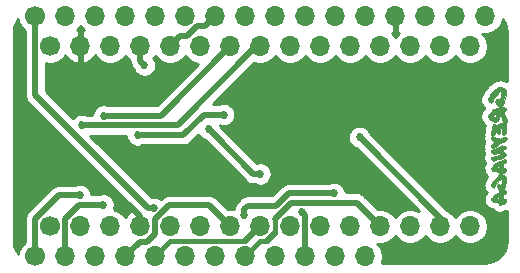
<source format=gbr>
G04 #@! TF.GenerationSoftware,KiCad,Pcbnew,5.1.5-52549c5~84~ubuntu18.04.1*
G04 #@! TF.CreationDate,2020-01-02T10:07:06-07:00*
G04 #@! TF.ProjectId,FeatherWing_KC5,46656174-6865-4725-9769-6e675f4b4335,rev?*
G04 #@! TF.SameCoordinates,Original*
G04 #@! TF.FileFunction,Copper,L2,Bot*
G04 #@! TF.FilePolarity,Positive*
%FSLAX46Y46*%
G04 Gerber Fmt 4.6, Leading zero omitted, Abs format (unit mm)*
G04 Created by KiCad (PCBNEW 5.1.5-52549c5~84~ubuntu18.04.1) date 2020-01-02 10:07:06*
%MOMM*%
%LPD*%
G04 APERTURE LIST*
%ADD10C,0.010000*%
%ADD11O,1.700000X1.700000*%
%ADD12C,1.700000*%
%ADD13C,0.685800*%
%ADD14C,0.600000*%
%ADD15C,0.500000*%
%ADD16C,0.400000*%
%ADD17C,0.254000*%
G04 APERTURE END LIST*
D10*
G36*
X160881771Y-89800854D02*
G01*
X160934887Y-89884192D01*
X161014436Y-89966858D01*
X161113071Y-90043496D01*
X161223445Y-90108750D01*
X161338212Y-90157263D01*
X161450026Y-90183676D01*
X161499753Y-90186934D01*
X161564602Y-90184115D01*
X161610716Y-90170566D01*
X161654941Y-90138644D01*
X161698070Y-90096975D01*
X161749162Y-90037986D01*
X161791482Y-89969288D01*
X161831790Y-89878689D01*
X161857812Y-89808765D01*
X161890371Y-89719252D01*
X161913129Y-89664279D01*
X161929639Y-89638210D01*
X161943455Y-89635413D01*
X161957950Y-89650015D01*
X162017205Y-89747500D01*
X162063404Y-89867644D01*
X162100093Y-90019801D01*
X162102110Y-90030369D01*
X162120042Y-90118834D01*
X162137631Y-90194297D01*
X162152015Y-90244868D01*
X162156361Y-90255725D01*
X162163017Y-90280084D01*
X162143796Y-90290640D01*
X162097116Y-90292767D01*
X162031990Y-90303770D01*
X161941393Y-90334549D01*
X161844187Y-90377434D01*
X161748618Y-90422345D01*
X161682775Y-90449038D01*
X161639152Y-90459438D01*
X161610242Y-90455472D01*
X161591624Y-90442239D01*
X161560340Y-90428268D01*
X161502553Y-90414439D01*
X161462484Y-90408040D01*
X161396695Y-90401444D01*
X161358453Y-90406183D01*
X161333695Y-90425811D01*
X161321030Y-90443776D01*
X161298191Y-90494088D01*
X161271178Y-90577148D01*
X161242218Y-90683859D01*
X161213537Y-90805122D01*
X161187361Y-90931838D01*
X161165917Y-91054909D01*
X161157917Y-91110331D01*
X161146361Y-91201799D01*
X161141601Y-91261298D01*
X161144447Y-91298764D01*
X161155706Y-91324137D01*
X161176187Y-91347352D01*
X161177288Y-91348456D01*
X161209520Y-91387128D01*
X161222266Y-91414600D01*
X161240624Y-91429602D01*
X161284230Y-91435767D01*
X161351112Y-91415754D01*
X161404325Y-91356051D01*
X161443497Y-91257156D01*
X161455110Y-91206939D01*
X161474503Y-91118780D01*
X161497304Y-91029654D01*
X161508499Y-90991267D01*
X161529511Y-90919508D01*
X161546328Y-90854452D01*
X161549991Y-90837809D01*
X161570282Y-90792935D01*
X161596006Y-90779600D01*
X161613299Y-90784789D01*
X161621750Y-90806038D01*
X161622470Y-90851873D01*
X161616567Y-90930820D01*
X161616209Y-90934795D01*
X161602145Y-91089990D01*
X161675368Y-91167628D01*
X161723950Y-91212661D01*
X161765940Y-91240677D01*
X161781333Y-91245267D01*
X161808575Y-91228131D01*
X161845952Y-91183664D01*
X161877806Y-91134142D01*
X161911669Y-91069470D01*
X161931004Y-91012190D01*
X161939722Y-90945442D01*
X161941734Y-90858664D01*
X161942544Y-90775684D01*
X161947189Y-90723984D01*
X161959366Y-90692511D01*
X161982772Y-90670213D01*
X162010725Y-90652368D01*
X162059223Y-90625112D01*
X162091885Y-90610919D01*
X162095391Y-90610346D01*
X162106267Y-90629798D01*
X162110740Y-90682793D01*
X162109130Y-90761080D01*
X162101760Y-90856406D01*
X162088951Y-90960519D01*
X162079416Y-91020196D01*
X162047566Y-91202838D01*
X162125067Y-91275938D01*
X162178982Y-91320396D01*
X162221409Y-91333001D01*
X162264449Y-91312835D01*
X162318052Y-91261284D01*
X162353656Y-91201163D01*
X162385502Y-91103112D01*
X162412558Y-90971444D01*
X162433791Y-90810475D01*
X162438980Y-90755869D01*
X162441901Y-90598931D01*
X162420230Y-90475915D01*
X162373820Y-90386180D01*
X162348154Y-90359338D01*
X162312943Y-90327081D01*
X162308624Y-90315747D01*
X162333601Y-90319119D01*
X162338065Y-90320120D01*
X162394969Y-90311777D01*
X162438607Y-90281018D01*
X162479346Y-90214478D01*
X162491277Y-90117365D01*
X162474407Y-89990118D01*
X162430315Y-89837684D01*
X162359947Y-89655572D01*
X162287292Y-89507006D01*
X162217100Y-89400220D01*
X162217100Y-90292767D01*
X162234522Y-90300511D01*
X162231211Y-90306878D01*
X162206091Y-90309411D01*
X162202988Y-90306878D01*
X162205894Y-90294294D01*
X162217100Y-90292767D01*
X162217100Y-89400220D01*
X162214399Y-89396110D01*
X162205807Y-89385618D01*
X162171802Y-89343560D01*
X162163988Y-89324476D01*
X162180877Y-89319303D01*
X162194894Y-89319100D01*
X162241818Y-89309662D01*
X162303549Y-89286131D01*
X162321988Y-89277249D01*
X162389685Y-89225190D01*
X162422304Y-89160187D01*
X162417100Y-89089955D01*
X162400497Y-89056858D01*
X162351417Y-89014341D01*
X162274483Y-88982553D01*
X162183629Y-88965456D01*
X162092792Y-88967014D01*
X162087397Y-88967827D01*
X161999820Y-88981831D01*
X162065731Y-88906763D01*
X162105979Y-88858295D01*
X162138670Y-88810521D01*
X162167156Y-88755644D01*
X162194786Y-88685865D01*
X162224912Y-88593385D01*
X162260886Y-88470405D01*
X162275554Y-88418443D01*
X162339802Y-88172458D01*
X162384802Y-87960996D01*
X162410471Y-87784715D01*
X162416731Y-87644271D01*
X162403500Y-87540323D01*
X162387794Y-87498767D01*
X162308752Y-87391559D01*
X162199752Y-87310704D01*
X162066062Y-87259074D01*
X161912950Y-87239544D01*
X161912545Y-87239538D01*
X161807340Y-87256786D01*
X161689420Y-87308936D01*
X161563204Y-87392174D01*
X161433107Y-87502690D01*
X161303548Y-87636671D01*
X161178944Y-87790307D01*
X161063711Y-87959786D01*
X161047951Y-87985600D01*
X160997010Y-88068883D01*
X160949904Y-88143482D01*
X160913614Y-88198448D01*
X160901060Y-88215996D01*
X160875884Y-88262893D01*
X160863492Y-88313123D01*
X160865692Y-88352406D01*
X160882014Y-88366600D01*
X160902805Y-88383571D01*
X160933669Y-88426732D01*
X160951041Y-88456238D01*
X160988412Y-88514122D01*
X161027538Y-88544437D01*
X161084341Y-88559505D01*
X161084511Y-88559533D01*
X161143489Y-88566256D01*
X161185271Y-88565937D01*
X161191053Y-88564548D01*
X161210104Y-88542720D01*
X161241457Y-88491972D01*
X161279467Y-88421723D01*
X161294192Y-88392462D01*
X161346308Y-88293088D01*
X161406980Y-88186601D01*
X161463501Y-88095265D01*
X161466031Y-88091434D01*
X161531781Y-88003938D01*
X161619899Y-87902594D01*
X161719564Y-87798532D01*
X161819953Y-87702880D01*
X161910247Y-87626768D01*
X161936729Y-87607315D01*
X161982059Y-87578469D01*
X162005592Y-87574269D01*
X162018463Y-87592762D01*
X162018541Y-87592963D01*
X162025248Y-87642500D01*
X162022623Y-87724674D01*
X162011550Y-87831038D01*
X161992911Y-87953146D01*
X161973683Y-88051409D01*
X161973683Y-88980434D01*
X161984266Y-88991017D01*
X161973683Y-89001600D01*
X161963100Y-88991017D01*
X161973683Y-88980434D01*
X161973683Y-88051409D01*
X161967589Y-88082552D01*
X161967175Y-88084450D01*
X161942609Y-88194308D01*
X161922988Y-88268024D01*
X161904418Y-88310858D01*
X161883009Y-88328071D01*
X161854867Y-88324920D01*
X161816099Y-88306666D01*
X161806504Y-88301546D01*
X161750450Y-88277025D01*
X161706883Y-88267524D01*
X161697466Y-88268824D01*
X161667898Y-88265105D01*
X161661573Y-88255770D01*
X161640683Y-88239728D01*
X161604569Y-88256090D01*
X161559457Y-88300761D01*
X161527776Y-88343763D01*
X161471469Y-88428848D01*
X161553243Y-88589661D01*
X161609333Y-88687736D01*
X161678547Y-88791748D01*
X161746132Y-88879561D01*
X161747649Y-88881329D01*
X161802393Y-88947035D01*
X161830957Y-88987983D01*
X161836463Y-89009966D01*
X161822033Y-89018778D01*
X161821732Y-89018831D01*
X161764620Y-89029815D01*
X161685274Y-89046541D01*
X161593290Y-89066806D01*
X161555198Y-89075465D01*
X161555198Y-89490721D01*
X161576509Y-89494145D01*
X161575567Y-89530104D01*
X161554410Y-89600932D01*
X161527617Y-89675331D01*
X161492436Y-89759195D01*
X161460390Y-89804053D01*
X161425885Y-89812322D01*
X161383326Y-89786422D01*
X161348865Y-89752590D01*
X161323026Y-89720557D01*
X161317009Y-89692759D01*
X161334596Y-89661509D01*
X161379572Y-89619121D01*
X161437681Y-89572132D01*
X161509601Y-89517495D01*
X161555198Y-89490721D01*
X161555198Y-89075465D01*
X161498260Y-89088409D01*
X161409779Y-89109149D01*
X161337440Y-89126825D01*
X161290838Y-89139235D01*
X161278997Y-89143367D01*
X161268448Y-89170273D01*
X161269451Y-89215557D01*
X161271084Y-89249976D01*
X161261187Y-89281148D01*
X161234372Y-89315444D01*
X161185249Y-89359234D01*
X161108431Y-89418890D01*
X161078457Y-89441373D01*
X160975229Y-89529191D01*
X160903518Y-89613647D01*
X160866711Y-89690334D01*
X160862433Y-89722203D01*
X160881771Y-89800854D01*
G37*
X160881771Y-89800854D02*
X160934887Y-89884192D01*
X161014436Y-89966858D01*
X161113071Y-90043496D01*
X161223445Y-90108750D01*
X161338212Y-90157263D01*
X161450026Y-90183676D01*
X161499753Y-90186934D01*
X161564602Y-90184115D01*
X161610716Y-90170566D01*
X161654941Y-90138644D01*
X161698070Y-90096975D01*
X161749162Y-90037986D01*
X161791482Y-89969288D01*
X161831790Y-89878689D01*
X161857812Y-89808765D01*
X161890371Y-89719252D01*
X161913129Y-89664279D01*
X161929639Y-89638210D01*
X161943455Y-89635413D01*
X161957950Y-89650015D01*
X162017205Y-89747500D01*
X162063404Y-89867644D01*
X162100093Y-90019801D01*
X162102110Y-90030369D01*
X162120042Y-90118834D01*
X162137631Y-90194297D01*
X162152015Y-90244868D01*
X162156361Y-90255725D01*
X162163017Y-90280084D01*
X162143796Y-90290640D01*
X162097116Y-90292767D01*
X162031990Y-90303770D01*
X161941393Y-90334549D01*
X161844187Y-90377434D01*
X161748618Y-90422345D01*
X161682775Y-90449038D01*
X161639152Y-90459438D01*
X161610242Y-90455472D01*
X161591624Y-90442239D01*
X161560340Y-90428268D01*
X161502553Y-90414439D01*
X161462484Y-90408040D01*
X161396695Y-90401444D01*
X161358453Y-90406183D01*
X161333695Y-90425811D01*
X161321030Y-90443776D01*
X161298191Y-90494088D01*
X161271178Y-90577148D01*
X161242218Y-90683859D01*
X161213537Y-90805122D01*
X161187361Y-90931838D01*
X161165917Y-91054909D01*
X161157917Y-91110331D01*
X161146361Y-91201799D01*
X161141601Y-91261298D01*
X161144447Y-91298764D01*
X161155706Y-91324137D01*
X161176187Y-91347352D01*
X161177288Y-91348456D01*
X161209520Y-91387128D01*
X161222266Y-91414600D01*
X161240624Y-91429602D01*
X161284230Y-91435767D01*
X161351112Y-91415754D01*
X161404325Y-91356051D01*
X161443497Y-91257156D01*
X161455110Y-91206939D01*
X161474503Y-91118780D01*
X161497304Y-91029654D01*
X161508499Y-90991267D01*
X161529511Y-90919508D01*
X161546328Y-90854452D01*
X161549991Y-90837809D01*
X161570282Y-90792935D01*
X161596006Y-90779600D01*
X161613299Y-90784789D01*
X161621750Y-90806038D01*
X161622470Y-90851873D01*
X161616567Y-90930820D01*
X161616209Y-90934795D01*
X161602145Y-91089990D01*
X161675368Y-91167628D01*
X161723950Y-91212661D01*
X161765940Y-91240677D01*
X161781333Y-91245267D01*
X161808575Y-91228131D01*
X161845952Y-91183664D01*
X161877806Y-91134142D01*
X161911669Y-91069470D01*
X161931004Y-91012190D01*
X161939722Y-90945442D01*
X161941734Y-90858664D01*
X161942544Y-90775684D01*
X161947189Y-90723984D01*
X161959366Y-90692511D01*
X161982772Y-90670213D01*
X162010725Y-90652368D01*
X162059223Y-90625112D01*
X162091885Y-90610919D01*
X162095391Y-90610346D01*
X162106267Y-90629798D01*
X162110740Y-90682793D01*
X162109130Y-90761080D01*
X162101760Y-90856406D01*
X162088951Y-90960519D01*
X162079416Y-91020196D01*
X162047566Y-91202838D01*
X162125067Y-91275938D01*
X162178982Y-91320396D01*
X162221409Y-91333001D01*
X162264449Y-91312835D01*
X162318052Y-91261284D01*
X162353656Y-91201163D01*
X162385502Y-91103112D01*
X162412558Y-90971444D01*
X162433791Y-90810475D01*
X162438980Y-90755869D01*
X162441901Y-90598931D01*
X162420230Y-90475915D01*
X162373820Y-90386180D01*
X162348154Y-90359338D01*
X162312943Y-90327081D01*
X162308624Y-90315747D01*
X162333601Y-90319119D01*
X162338065Y-90320120D01*
X162394969Y-90311777D01*
X162438607Y-90281018D01*
X162479346Y-90214478D01*
X162491277Y-90117365D01*
X162474407Y-89990118D01*
X162430315Y-89837684D01*
X162359947Y-89655572D01*
X162287292Y-89507006D01*
X162217100Y-89400220D01*
X162217100Y-90292767D01*
X162234522Y-90300511D01*
X162231211Y-90306878D01*
X162206091Y-90309411D01*
X162202988Y-90306878D01*
X162205894Y-90294294D01*
X162217100Y-90292767D01*
X162217100Y-89400220D01*
X162214399Y-89396110D01*
X162205807Y-89385618D01*
X162171802Y-89343560D01*
X162163988Y-89324476D01*
X162180877Y-89319303D01*
X162194894Y-89319100D01*
X162241818Y-89309662D01*
X162303549Y-89286131D01*
X162321988Y-89277249D01*
X162389685Y-89225190D01*
X162422304Y-89160187D01*
X162417100Y-89089955D01*
X162400497Y-89056858D01*
X162351417Y-89014341D01*
X162274483Y-88982553D01*
X162183629Y-88965456D01*
X162092792Y-88967014D01*
X162087397Y-88967827D01*
X161999820Y-88981831D01*
X162065731Y-88906763D01*
X162105979Y-88858295D01*
X162138670Y-88810521D01*
X162167156Y-88755644D01*
X162194786Y-88685865D01*
X162224912Y-88593385D01*
X162260886Y-88470405D01*
X162275554Y-88418443D01*
X162339802Y-88172458D01*
X162384802Y-87960996D01*
X162410471Y-87784715D01*
X162416731Y-87644271D01*
X162403500Y-87540323D01*
X162387794Y-87498767D01*
X162308752Y-87391559D01*
X162199752Y-87310704D01*
X162066062Y-87259074D01*
X161912950Y-87239544D01*
X161912545Y-87239538D01*
X161807340Y-87256786D01*
X161689420Y-87308936D01*
X161563204Y-87392174D01*
X161433107Y-87502690D01*
X161303548Y-87636671D01*
X161178944Y-87790307D01*
X161063711Y-87959786D01*
X161047951Y-87985600D01*
X160997010Y-88068883D01*
X160949904Y-88143482D01*
X160913614Y-88198448D01*
X160901060Y-88215996D01*
X160875884Y-88262893D01*
X160863492Y-88313123D01*
X160865692Y-88352406D01*
X160882014Y-88366600D01*
X160902805Y-88383571D01*
X160933669Y-88426732D01*
X160951041Y-88456238D01*
X160988412Y-88514122D01*
X161027538Y-88544437D01*
X161084341Y-88559505D01*
X161084511Y-88559533D01*
X161143489Y-88566256D01*
X161185271Y-88565937D01*
X161191053Y-88564548D01*
X161210104Y-88542720D01*
X161241457Y-88491972D01*
X161279467Y-88421723D01*
X161294192Y-88392462D01*
X161346308Y-88293088D01*
X161406980Y-88186601D01*
X161463501Y-88095265D01*
X161466031Y-88091434D01*
X161531781Y-88003938D01*
X161619899Y-87902594D01*
X161719564Y-87798532D01*
X161819953Y-87702880D01*
X161910247Y-87626768D01*
X161936729Y-87607315D01*
X161982059Y-87578469D01*
X162005592Y-87574269D01*
X162018463Y-87592762D01*
X162018541Y-87592963D01*
X162025248Y-87642500D01*
X162022623Y-87724674D01*
X162011550Y-87831038D01*
X161992911Y-87953146D01*
X161973683Y-88051409D01*
X161973683Y-88980434D01*
X161984266Y-88991017D01*
X161973683Y-89001600D01*
X161963100Y-88991017D01*
X161973683Y-88980434D01*
X161973683Y-88051409D01*
X161967589Y-88082552D01*
X161967175Y-88084450D01*
X161942609Y-88194308D01*
X161922988Y-88268024D01*
X161904418Y-88310858D01*
X161883009Y-88328071D01*
X161854867Y-88324920D01*
X161816099Y-88306666D01*
X161806504Y-88301546D01*
X161750450Y-88277025D01*
X161706883Y-88267524D01*
X161697466Y-88268824D01*
X161667898Y-88265105D01*
X161661573Y-88255770D01*
X161640683Y-88239728D01*
X161604569Y-88256090D01*
X161559457Y-88300761D01*
X161527776Y-88343763D01*
X161471469Y-88428848D01*
X161553243Y-88589661D01*
X161609333Y-88687736D01*
X161678547Y-88791748D01*
X161746132Y-88879561D01*
X161747649Y-88881329D01*
X161802393Y-88947035D01*
X161830957Y-88987983D01*
X161836463Y-89009966D01*
X161822033Y-89018778D01*
X161821732Y-89018831D01*
X161764620Y-89029815D01*
X161685274Y-89046541D01*
X161593290Y-89066806D01*
X161555198Y-89075465D01*
X161555198Y-89490721D01*
X161576509Y-89494145D01*
X161575567Y-89530104D01*
X161554410Y-89600932D01*
X161527617Y-89675331D01*
X161492436Y-89759195D01*
X161460390Y-89804053D01*
X161425885Y-89812322D01*
X161383326Y-89786422D01*
X161348865Y-89752590D01*
X161323026Y-89720557D01*
X161317009Y-89692759D01*
X161334596Y-89661509D01*
X161379572Y-89619121D01*
X161437681Y-89572132D01*
X161509601Y-89517495D01*
X161555198Y-89490721D01*
X161555198Y-89075465D01*
X161498260Y-89088409D01*
X161409779Y-89109149D01*
X161337440Y-89126825D01*
X161290838Y-89139235D01*
X161278997Y-89143367D01*
X161268448Y-89170273D01*
X161269451Y-89215557D01*
X161271084Y-89249976D01*
X161261187Y-89281148D01*
X161234372Y-89315444D01*
X161185249Y-89359234D01*
X161108431Y-89418890D01*
X161078457Y-89441373D01*
X160975229Y-89529191D01*
X160903518Y-89613647D01*
X160866711Y-89690334D01*
X160862433Y-89722203D01*
X160881771Y-89800854D01*
G36*
X161130010Y-92322073D02*
G01*
X161164536Y-92372889D01*
X161188050Y-92400586D01*
X161233287Y-92443719D01*
X161274756Y-92463978D01*
X161319364Y-92459494D01*
X161374020Y-92428399D01*
X161445630Y-92368824D01*
X161503006Y-92315404D01*
X161610528Y-92225052D01*
X161755953Y-92122030D01*
X161937230Y-92007661D01*
X162152308Y-91883267D01*
X162291183Y-91807341D01*
X162396368Y-91745932D01*
X162463213Y-91695327D01*
X162490774Y-91656272D01*
X162491438Y-91648680D01*
X162483199Y-91622951D01*
X162464320Y-91576528D01*
X162462719Y-91572837D01*
X162418339Y-91513622D01*
X162352677Y-91470890D01*
X162292335Y-91456934D01*
X162262491Y-91466167D01*
X162204502Y-91491101D01*
X162127614Y-91527583D01*
X162065790Y-91558647D01*
X161867850Y-91660360D01*
X161798284Y-91613152D01*
X161739895Y-91581669D01*
X161661177Y-91554480D01*
X161555656Y-91529899D01*
X161416859Y-91506239D01*
X161351417Y-91496773D01*
X161269523Y-91486491D01*
X161217994Y-91484446D01*
X161185470Y-91491717D01*
X161160593Y-91509386D01*
X161154273Y-91515519D01*
X161131330Y-91541314D01*
X161125313Y-91565580D01*
X161136876Y-91602198D01*
X161160765Y-91652883D01*
X161193406Y-91711830D01*
X161229896Y-91752429D01*
X161280443Y-91780997D01*
X161355251Y-91803848D01*
X161432029Y-91820752D01*
X161567708Y-91848517D01*
X161461110Y-91923059D01*
X161337751Y-92015753D01*
X161237979Y-92103910D01*
X161165634Y-92183488D01*
X161124554Y-92250445D01*
X161116433Y-92285965D01*
X161130010Y-92322073D01*
G37*
X161130010Y-92322073D02*
X161164536Y-92372889D01*
X161188050Y-92400586D01*
X161233287Y-92443719D01*
X161274756Y-92463978D01*
X161319364Y-92459494D01*
X161374020Y-92428399D01*
X161445630Y-92368824D01*
X161503006Y-92315404D01*
X161610528Y-92225052D01*
X161755953Y-92122030D01*
X161937230Y-92007661D01*
X162152308Y-91883267D01*
X162291183Y-91807341D01*
X162396368Y-91745932D01*
X162463213Y-91695327D01*
X162490774Y-91656272D01*
X162491438Y-91648680D01*
X162483199Y-91622951D01*
X162464320Y-91576528D01*
X162462719Y-91572837D01*
X162418339Y-91513622D01*
X162352677Y-91470890D01*
X162292335Y-91456934D01*
X162262491Y-91466167D01*
X162204502Y-91491101D01*
X162127614Y-91527583D01*
X162065790Y-91558647D01*
X161867850Y-91660360D01*
X161798284Y-91613152D01*
X161739895Y-91581669D01*
X161661177Y-91554480D01*
X161555656Y-91529899D01*
X161416859Y-91506239D01*
X161351417Y-91496773D01*
X161269523Y-91486491D01*
X161217994Y-91484446D01*
X161185470Y-91491717D01*
X161160593Y-91509386D01*
X161154273Y-91515519D01*
X161131330Y-91541314D01*
X161125313Y-91565580D01*
X161136876Y-91602198D01*
X161160765Y-91652883D01*
X161193406Y-91711830D01*
X161229896Y-91752429D01*
X161280443Y-91780997D01*
X161355251Y-91803848D01*
X161432029Y-91820752D01*
X161567708Y-91848517D01*
X161461110Y-91923059D01*
X161337751Y-92015753D01*
X161237979Y-92103910D01*
X161165634Y-92183488D01*
X161124554Y-92250445D01*
X161116433Y-92285965D01*
X161130010Y-92322073D01*
G36*
X161149737Y-95590760D02*
G01*
X161179948Y-95644947D01*
X161218933Y-95698864D01*
X161257391Y-95739523D01*
X161284234Y-95754056D01*
X161332098Y-95759712D01*
X161362706Y-95766471D01*
X161385128Y-95767481D01*
X161407644Y-95753710D01*
X161435037Y-95719250D01*
X161472089Y-95658191D01*
X161518592Y-95573864D01*
X161655033Y-95351060D01*
X161803129Y-95166696D01*
X161959290Y-95022512D01*
X162079516Y-94927965D01*
X162090100Y-95049824D01*
X162093782Y-95117340D01*
X162092361Y-95165955D01*
X162087928Y-95182267D01*
X162078029Y-95207706D01*
X162066862Y-95260939D01*
X162061131Y-95298684D01*
X162046580Y-95383942D01*
X162027083Y-95469763D01*
X162020374Y-95493870D01*
X161993659Y-95583224D01*
X161933626Y-95552079D01*
X161882956Y-95530020D01*
X161846027Y-95520934D01*
X161815098Y-95505370D01*
X161810393Y-95496732D01*
X161790105Y-95483091D01*
X161755347Y-95498419D01*
X161715056Y-95536410D01*
X161678768Y-95589634D01*
X161640199Y-95661253D01*
X161727335Y-95820020D01*
X161774437Y-95900331D01*
X161821597Y-95971634D01*
X161860247Y-96021182D01*
X161867619Y-96028717D01*
X161903582Y-96068647D01*
X161920320Y-96099355D01*
X161920479Y-96101415D01*
X161902157Y-96118954D01*
X161857266Y-96145442D01*
X161857266Y-96517195D01*
X161857266Y-96599416D01*
X161854282Y-96661228D01*
X161846932Y-96707740D01*
X161845227Y-96713011D01*
X161822834Y-96730268D01*
X161773177Y-96728830D01*
X161692067Y-96708282D01*
X161645738Y-96693216D01*
X161635467Y-96676402D01*
X161662115Y-96644839D01*
X161726439Y-96597812D01*
X161788475Y-96558818D01*
X161857266Y-96517195D01*
X161857266Y-96145442D01*
X161853016Y-96147950D01*
X161781398Y-96183792D01*
X161726118Y-96208850D01*
X161584733Y-96273228D01*
X161480097Y-96327560D01*
X161408522Y-96374342D01*
X161366324Y-96416069D01*
X161349817Y-96455238D01*
X161349266Y-96464012D01*
X161330654Y-96522082D01*
X161278793Y-96588739D01*
X161199648Y-96656623D01*
X161184550Y-96667315D01*
X161156461Y-96690059D01*
X161146424Y-96715590D01*
X161152175Y-96758182D01*
X161163256Y-96801587D01*
X161192217Y-96878469D01*
X161235778Y-96927270D01*
X161304107Y-96956196D01*
X161370433Y-96968774D01*
X161441055Y-96980450D01*
X161532431Y-96997751D01*
X161619141Y-97015731D01*
X161700921Y-97035652D01*
X161748464Y-97053608D01*
X161769491Y-97073242D01*
X161772600Y-97088182D01*
X161783352Y-97133770D01*
X161809861Y-97189094D01*
X161843502Y-97240098D01*
X161875652Y-97272728D01*
X161888914Y-97277767D01*
X161918380Y-97262952D01*
X161961059Y-97225513D01*
X161981179Y-97203966D01*
X162025036Y-97158699D01*
X162062359Y-97139661D01*
X162112160Y-97139322D01*
X162136830Y-97142331D01*
X162235151Y-97135317D01*
X162324401Y-97089748D01*
X162398279Y-97009310D01*
X162416720Y-96978530D01*
X162441885Y-96923957D01*
X162444927Y-96882137D01*
X162429570Y-96835206D01*
X162403287Y-96791093D01*
X162377046Y-96777180D01*
X162374813Y-96777819D01*
X162342071Y-96771544D01*
X162311058Y-96747173D01*
X162272170Y-96712674D01*
X162243906Y-96715429D01*
X162216223Y-96757205D01*
X162212678Y-96764475D01*
X162181926Y-96808331D01*
X162151944Y-96823118D01*
X162132495Y-96808198D01*
X162131886Y-96769767D01*
X162137515Y-96719471D01*
X162141396Y-96645910D01*
X162142469Y-96590600D01*
X162140564Y-96517229D01*
X162131740Y-96474372D01*
X162112533Y-96450354D01*
X162098405Y-96441984D01*
X162071622Y-96419646D01*
X162080274Y-96395411D01*
X162126358Y-96367517D01*
X162211869Y-96334200D01*
X162225850Y-96329425D01*
X162298542Y-96300828D01*
X162359871Y-96269686D01*
X162386425Y-96251191D01*
X162420348Y-96197784D01*
X162426967Y-96134191D01*
X162409849Y-96072960D01*
X162372561Y-96026640D01*
X162318670Y-96007778D01*
X162317224Y-96007767D01*
X162279617Y-95996135D01*
X162269981Y-95986543D01*
X162241760Y-95976847D01*
X162217920Y-95986161D01*
X162194548Y-95996894D01*
X162190215Y-95988653D01*
X162204810Y-95953652D01*
X162217082Y-95928010D01*
X162239451Y-95871658D01*
X162268515Y-95784205D01*
X162301367Y-95675780D01*
X162335102Y-95556515D01*
X162366816Y-95436537D01*
X162393602Y-95325977D01*
X162405642Y-95270610D01*
X162428677Y-95099852D01*
X162421292Y-94958153D01*
X162382955Y-94844593D01*
X162313133Y-94758251D01*
X162211295Y-94698205D01*
X162076907Y-94663535D01*
X162052921Y-94660348D01*
X161947370Y-94647847D01*
X161991280Y-94581682D01*
X162023834Y-94539988D01*
X162058578Y-94522703D01*
X162113640Y-94521990D01*
X162127029Y-94523010D01*
X162201229Y-94521637D01*
X162269543Y-94508809D01*
X162282033Y-94504340D01*
X162353851Y-94457036D01*
X162406815Y-94388703D01*
X162435131Y-94311150D01*
X162433002Y-94236185D01*
X162424564Y-94213892D01*
X162393623Y-94177315D01*
X162365312Y-94166267D01*
X162324712Y-94151512D01*
X162291635Y-94124433D01*
X162252201Y-94095280D01*
X162225738Y-94104723D01*
X162217100Y-94145605D01*
X162203468Y-94180279D01*
X162172766Y-94209936D01*
X162140282Y-94222382D01*
X162127101Y-94217379D01*
X162124393Y-94191703D01*
X162131418Y-94141852D01*
X162134396Y-94128165D01*
X162152662Y-94011656D01*
X162149735Y-93916562D01*
X162126174Y-93849394D01*
X162108726Y-93829800D01*
X162063853Y-93793464D01*
X162117345Y-93758415D01*
X162171730Y-93731284D01*
X162243172Y-93705748D01*
X162267108Y-93699125D01*
X162354319Y-93661779D01*
X162408406Y-93604145D01*
X162425867Y-93530313D01*
X162424763Y-93514854D01*
X162401363Y-93462547D01*
X162352691Y-93414444D01*
X162293178Y-93380942D01*
X162237257Y-93372434D01*
X162229408Y-93374145D01*
X162210395Y-93380641D01*
X162180321Y-93392715D01*
X162135253Y-93412137D01*
X162071262Y-93440679D01*
X161984416Y-93480110D01*
X161870785Y-93532201D01*
X161857266Y-93538431D01*
X161857266Y-93909558D01*
X161857266Y-94004913D01*
X161853170Y-94064990D01*
X161842837Y-94105317D01*
X161837185Y-94112679D01*
X161806211Y-94115240D01*
X161750716Y-94107528D01*
X161719949Y-94100626D01*
X161662735Y-94084540D01*
X161640019Y-94070685D01*
X161644853Y-94052668D01*
X161654861Y-94040728D01*
X161692969Y-94008557D01*
X161750139Y-93970304D01*
X161772097Y-93957426D01*
X161857266Y-93909558D01*
X161857266Y-93538431D01*
X161726438Y-93598723D01*
X161557706Y-93676700D01*
X161460349Y-93725154D01*
X161397292Y-93766270D01*
X161362442Y-93805382D01*
X161349708Y-93847825D01*
X161349266Y-93859221D01*
X161329937Y-93909650D01*
X161271784Y-93975738D01*
X161243485Y-94001519D01*
X161137704Y-94094053D01*
X161174694Y-94209535D01*
X161197145Y-94274912D01*
X161218946Y-94311264D01*
X161252167Y-94329941D01*
X161308880Y-94342296D01*
X161317516Y-94343835D01*
X161465433Y-94370599D01*
X161576801Y-94392248D01*
X161656864Y-94410402D01*
X161710868Y-94426683D01*
X161744056Y-94442711D01*
X161761674Y-94460108D01*
X161768966Y-94480494D01*
X161769437Y-94483507D01*
X161787279Y-94539055D01*
X161817062Y-94592590D01*
X161847440Y-94641498D01*
X161851059Y-94676177D01*
X161824130Y-94707598D01*
X161764071Y-94746027D01*
X161708257Y-94786181D01*
X161636689Y-94848070D01*
X161561098Y-94921236D01*
X161525946Y-94958254D01*
X161464461Y-95030446D01*
X161396875Y-95118491D01*
X161328145Y-95214845D01*
X161263227Y-95311966D01*
X161207078Y-95402307D01*
X161164656Y-95478327D01*
X161140916Y-95532480D01*
X161137600Y-95549291D01*
X161149737Y-95590760D01*
G37*
X161149737Y-95590760D02*
X161179948Y-95644947D01*
X161218933Y-95698864D01*
X161257391Y-95739523D01*
X161284234Y-95754056D01*
X161332098Y-95759712D01*
X161362706Y-95766471D01*
X161385128Y-95767481D01*
X161407644Y-95753710D01*
X161435037Y-95719250D01*
X161472089Y-95658191D01*
X161518592Y-95573864D01*
X161655033Y-95351060D01*
X161803129Y-95166696D01*
X161959290Y-95022512D01*
X162079516Y-94927965D01*
X162090100Y-95049824D01*
X162093782Y-95117340D01*
X162092361Y-95165955D01*
X162087928Y-95182267D01*
X162078029Y-95207706D01*
X162066862Y-95260939D01*
X162061131Y-95298684D01*
X162046580Y-95383942D01*
X162027083Y-95469763D01*
X162020374Y-95493870D01*
X161993659Y-95583224D01*
X161933626Y-95552079D01*
X161882956Y-95530020D01*
X161846027Y-95520934D01*
X161815098Y-95505370D01*
X161810393Y-95496732D01*
X161790105Y-95483091D01*
X161755347Y-95498419D01*
X161715056Y-95536410D01*
X161678768Y-95589634D01*
X161640199Y-95661253D01*
X161727335Y-95820020D01*
X161774437Y-95900331D01*
X161821597Y-95971634D01*
X161860247Y-96021182D01*
X161867619Y-96028717D01*
X161903582Y-96068647D01*
X161920320Y-96099355D01*
X161920479Y-96101415D01*
X161902157Y-96118954D01*
X161857266Y-96145442D01*
X161857266Y-96517195D01*
X161857266Y-96599416D01*
X161854282Y-96661228D01*
X161846932Y-96707740D01*
X161845227Y-96713011D01*
X161822834Y-96730268D01*
X161773177Y-96728830D01*
X161692067Y-96708282D01*
X161645738Y-96693216D01*
X161635467Y-96676402D01*
X161662115Y-96644839D01*
X161726439Y-96597812D01*
X161788475Y-96558818D01*
X161857266Y-96517195D01*
X161857266Y-96145442D01*
X161853016Y-96147950D01*
X161781398Y-96183792D01*
X161726118Y-96208850D01*
X161584733Y-96273228D01*
X161480097Y-96327560D01*
X161408522Y-96374342D01*
X161366324Y-96416069D01*
X161349817Y-96455238D01*
X161349266Y-96464012D01*
X161330654Y-96522082D01*
X161278793Y-96588739D01*
X161199648Y-96656623D01*
X161184550Y-96667315D01*
X161156461Y-96690059D01*
X161146424Y-96715590D01*
X161152175Y-96758182D01*
X161163256Y-96801587D01*
X161192217Y-96878469D01*
X161235778Y-96927270D01*
X161304107Y-96956196D01*
X161370433Y-96968774D01*
X161441055Y-96980450D01*
X161532431Y-96997751D01*
X161619141Y-97015731D01*
X161700921Y-97035652D01*
X161748464Y-97053608D01*
X161769491Y-97073242D01*
X161772600Y-97088182D01*
X161783352Y-97133770D01*
X161809861Y-97189094D01*
X161843502Y-97240098D01*
X161875652Y-97272728D01*
X161888914Y-97277767D01*
X161918380Y-97262952D01*
X161961059Y-97225513D01*
X161981179Y-97203966D01*
X162025036Y-97158699D01*
X162062359Y-97139661D01*
X162112160Y-97139322D01*
X162136830Y-97142331D01*
X162235151Y-97135317D01*
X162324401Y-97089748D01*
X162398279Y-97009310D01*
X162416720Y-96978530D01*
X162441885Y-96923957D01*
X162444927Y-96882137D01*
X162429570Y-96835206D01*
X162403287Y-96791093D01*
X162377046Y-96777180D01*
X162374813Y-96777819D01*
X162342071Y-96771544D01*
X162311058Y-96747173D01*
X162272170Y-96712674D01*
X162243906Y-96715429D01*
X162216223Y-96757205D01*
X162212678Y-96764475D01*
X162181926Y-96808331D01*
X162151944Y-96823118D01*
X162132495Y-96808198D01*
X162131886Y-96769767D01*
X162137515Y-96719471D01*
X162141396Y-96645910D01*
X162142469Y-96590600D01*
X162140564Y-96517229D01*
X162131740Y-96474372D01*
X162112533Y-96450354D01*
X162098405Y-96441984D01*
X162071622Y-96419646D01*
X162080274Y-96395411D01*
X162126358Y-96367517D01*
X162211869Y-96334200D01*
X162225850Y-96329425D01*
X162298542Y-96300828D01*
X162359871Y-96269686D01*
X162386425Y-96251191D01*
X162420348Y-96197784D01*
X162426967Y-96134191D01*
X162409849Y-96072960D01*
X162372561Y-96026640D01*
X162318670Y-96007778D01*
X162317224Y-96007767D01*
X162279617Y-95996135D01*
X162269981Y-95986543D01*
X162241760Y-95976847D01*
X162217920Y-95986161D01*
X162194548Y-95996894D01*
X162190215Y-95988653D01*
X162204810Y-95953652D01*
X162217082Y-95928010D01*
X162239451Y-95871658D01*
X162268515Y-95784205D01*
X162301367Y-95675780D01*
X162335102Y-95556515D01*
X162366816Y-95436537D01*
X162393602Y-95325977D01*
X162405642Y-95270610D01*
X162428677Y-95099852D01*
X162421292Y-94958153D01*
X162382955Y-94844593D01*
X162313133Y-94758251D01*
X162211295Y-94698205D01*
X162076907Y-94663535D01*
X162052921Y-94660348D01*
X161947370Y-94647847D01*
X161991280Y-94581682D01*
X162023834Y-94539988D01*
X162058578Y-94522703D01*
X162113640Y-94521990D01*
X162127029Y-94523010D01*
X162201229Y-94521637D01*
X162269543Y-94508809D01*
X162282033Y-94504340D01*
X162353851Y-94457036D01*
X162406815Y-94388703D01*
X162435131Y-94311150D01*
X162433002Y-94236185D01*
X162424564Y-94213892D01*
X162393623Y-94177315D01*
X162365312Y-94166267D01*
X162324712Y-94151512D01*
X162291635Y-94124433D01*
X162252201Y-94095280D01*
X162225738Y-94104723D01*
X162217100Y-94145605D01*
X162203468Y-94180279D01*
X162172766Y-94209936D01*
X162140282Y-94222382D01*
X162127101Y-94217379D01*
X162124393Y-94191703D01*
X162131418Y-94141852D01*
X162134396Y-94128165D01*
X162152662Y-94011656D01*
X162149735Y-93916562D01*
X162126174Y-93849394D01*
X162108726Y-93829800D01*
X162063853Y-93793464D01*
X162117345Y-93758415D01*
X162171730Y-93731284D01*
X162243172Y-93705748D01*
X162267108Y-93699125D01*
X162354319Y-93661779D01*
X162408406Y-93604145D01*
X162425867Y-93530313D01*
X162424763Y-93514854D01*
X162401363Y-93462547D01*
X162352691Y-93414444D01*
X162293178Y-93380942D01*
X162237257Y-93372434D01*
X162229408Y-93374145D01*
X162210395Y-93380641D01*
X162180321Y-93392715D01*
X162135253Y-93412137D01*
X162071262Y-93440679D01*
X161984416Y-93480110D01*
X161870785Y-93532201D01*
X161857266Y-93538431D01*
X161857266Y-93909558D01*
X161857266Y-94004913D01*
X161853170Y-94064990D01*
X161842837Y-94105317D01*
X161837185Y-94112679D01*
X161806211Y-94115240D01*
X161750716Y-94107528D01*
X161719949Y-94100626D01*
X161662735Y-94084540D01*
X161640019Y-94070685D01*
X161644853Y-94052668D01*
X161654861Y-94040728D01*
X161692969Y-94008557D01*
X161750139Y-93970304D01*
X161772097Y-93957426D01*
X161857266Y-93909558D01*
X161857266Y-93538431D01*
X161726438Y-93598723D01*
X161557706Y-93676700D01*
X161460349Y-93725154D01*
X161397292Y-93766270D01*
X161362442Y-93805382D01*
X161349708Y-93847825D01*
X161349266Y-93859221D01*
X161329937Y-93909650D01*
X161271784Y-93975738D01*
X161243485Y-94001519D01*
X161137704Y-94094053D01*
X161174694Y-94209535D01*
X161197145Y-94274912D01*
X161218946Y-94311264D01*
X161252167Y-94329941D01*
X161308880Y-94342296D01*
X161317516Y-94343835D01*
X161465433Y-94370599D01*
X161576801Y-94392248D01*
X161656864Y-94410402D01*
X161710868Y-94426683D01*
X161744056Y-94442711D01*
X161761674Y-94460108D01*
X161768966Y-94480494D01*
X161769437Y-94483507D01*
X161787279Y-94539055D01*
X161817062Y-94592590D01*
X161847440Y-94641498D01*
X161851059Y-94676177D01*
X161824130Y-94707598D01*
X161764071Y-94746027D01*
X161708257Y-94786181D01*
X161636689Y-94848070D01*
X161561098Y-94921236D01*
X161525946Y-94958254D01*
X161464461Y-95030446D01*
X161396875Y-95118491D01*
X161328145Y-95214845D01*
X161263227Y-95311966D01*
X161207078Y-95402307D01*
X161164656Y-95478327D01*
X161140916Y-95532480D01*
X161137600Y-95549291D01*
X161149737Y-95590760D01*
G36*
X161129466Y-93258428D02*
G01*
X161158094Y-93301837D01*
X161168474Y-93314699D01*
X161202902Y-93360008D01*
X161221306Y-93392785D01*
X161222266Y-93397467D01*
X161238732Y-93419854D01*
X161279005Y-93449728D01*
X161285323Y-93453555D01*
X161335926Y-93476662D01*
X161386018Y-93478368D01*
X161433490Y-93467886D01*
X161486166Y-93450044D01*
X161516046Y-93432829D01*
X161518600Y-93428028D01*
X161538039Y-93417797D01*
X161590037Y-93404767D01*
X161665114Y-93391121D01*
X161703808Y-93385374D01*
X161915268Y-93344735D01*
X162089575Y-93286815D01*
X162226149Y-93211873D01*
X162324414Y-93120170D01*
X162339915Y-93099119D01*
X162379232Y-93024966D01*
X162385773Y-92958178D01*
X162357828Y-92890870D01*
X162293686Y-92815158D01*
X162274193Y-92796256D01*
X162212080Y-92741419D01*
X162155539Y-92698211D01*
X162116449Y-92675678D01*
X162115443Y-92675343D01*
X162079230Y-92658398D01*
X162069096Y-92646132D01*
X162086870Y-92625975D01*
X162131538Y-92597081D01*
X162190579Y-92566154D01*
X162251470Y-92539899D01*
X162291183Y-92527219D01*
X162360903Y-92496146D01*
X162410481Y-92447084D01*
X162428766Y-92392432D01*
X162413695Y-92347081D01*
X162391725Y-92319930D01*
X162328630Y-92275998D01*
X162249402Y-92235975D01*
X162171133Y-92207419D01*
X162115406Y-92197767D01*
X162078708Y-92206838D01*
X162010257Y-92232330D01*
X161916129Y-92271665D01*
X161802400Y-92322260D01*
X161675146Y-92381536D01*
X161616990Y-92409434D01*
X161491082Y-92469941D01*
X161377522Y-92523705D01*
X161281962Y-92568115D01*
X161210056Y-92600560D01*
X161167456Y-92618430D01*
X161158610Y-92621100D01*
X161139872Y-92632904D01*
X161145248Y-92670835D01*
X161175335Y-92738675D01*
X161177873Y-92743652D01*
X161245428Y-92844640D01*
X161324675Y-92905240D01*
X161417313Y-92926201D01*
X161525036Y-92908271D01*
X161539766Y-92903290D01*
X161592073Y-92891219D01*
X161664715Y-92882578D01*
X161747119Y-92877551D01*
X161828712Y-92876319D01*
X161898923Y-92879067D01*
X161947179Y-92885977D01*
X161963100Y-92895967D01*
X161943884Y-92929223D01*
X161891979Y-92967845D01*
X161816001Y-93007919D01*
X161724563Y-93045528D01*
X161626280Y-93076755D01*
X161529766Y-93097685D01*
X161514500Y-93099892D01*
X161442474Y-93113402D01*
X161359035Y-93134926D01*
X161274690Y-93160958D01*
X161199943Y-93187991D01*
X161145299Y-93212517D01*
X161121265Y-93231028D01*
X161121206Y-93231197D01*
X161129466Y-93258428D01*
G37*
X161129466Y-93258428D02*
X161158094Y-93301837D01*
X161168474Y-93314699D01*
X161202902Y-93360008D01*
X161221306Y-93392785D01*
X161222266Y-93397467D01*
X161238732Y-93419854D01*
X161279005Y-93449728D01*
X161285323Y-93453555D01*
X161335926Y-93476662D01*
X161386018Y-93478368D01*
X161433490Y-93467886D01*
X161486166Y-93450044D01*
X161516046Y-93432829D01*
X161518600Y-93428028D01*
X161538039Y-93417797D01*
X161590037Y-93404767D01*
X161665114Y-93391121D01*
X161703808Y-93385374D01*
X161915268Y-93344735D01*
X162089575Y-93286815D01*
X162226149Y-93211873D01*
X162324414Y-93120170D01*
X162339915Y-93099119D01*
X162379232Y-93024966D01*
X162385773Y-92958178D01*
X162357828Y-92890870D01*
X162293686Y-92815158D01*
X162274193Y-92796256D01*
X162212080Y-92741419D01*
X162155539Y-92698211D01*
X162116449Y-92675678D01*
X162115443Y-92675343D01*
X162079230Y-92658398D01*
X162069096Y-92646132D01*
X162086870Y-92625975D01*
X162131538Y-92597081D01*
X162190579Y-92566154D01*
X162251470Y-92539899D01*
X162291183Y-92527219D01*
X162360903Y-92496146D01*
X162410481Y-92447084D01*
X162428766Y-92392432D01*
X162413695Y-92347081D01*
X162391725Y-92319930D01*
X162328630Y-92275998D01*
X162249402Y-92235975D01*
X162171133Y-92207419D01*
X162115406Y-92197767D01*
X162078708Y-92206838D01*
X162010257Y-92232330D01*
X161916129Y-92271665D01*
X161802400Y-92322260D01*
X161675146Y-92381536D01*
X161616990Y-92409434D01*
X161491082Y-92469941D01*
X161377522Y-92523705D01*
X161281962Y-92568115D01*
X161210056Y-92600560D01*
X161167456Y-92618430D01*
X161158610Y-92621100D01*
X161139872Y-92632904D01*
X161145248Y-92670835D01*
X161175335Y-92738675D01*
X161177873Y-92743652D01*
X161245428Y-92844640D01*
X161324675Y-92905240D01*
X161417313Y-92926201D01*
X161525036Y-92908271D01*
X161539766Y-92903290D01*
X161592073Y-92891219D01*
X161664715Y-92882578D01*
X161747119Y-92877551D01*
X161828712Y-92876319D01*
X161898923Y-92879067D01*
X161947179Y-92885977D01*
X161963100Y-92895967D01*
X161943884Y-92929223D01*
X161891979Y-92967845D01*
X161816001Y-93007919D01*
X161724563Y-93045528D01*
X161626280Y-93076755D01*
X161529766Y-93097685D01*
X161514500Y-93099892D01*
X161442474Y-93113402D01*
X161359035Y-93134926D01*
X161274690Y-93160958D01*
X161199943Y-93187991D01*
X161145299Y-93212517D01*
X161121265Y-93231028D01*
X161121206Y-93231197D01*
X161129466Y-93258428D01*
D11*
X159385000Y-99060000D03*
X156845000Y-99060000D03*
X154305000Y-99060000D03*
X151765000Y-99060000D03*
X149225000Y-99060000D03*
X146685000Y-99060000D03*
X144145000Y-99060000D03*
X141605000Y-99060000D03*
X139065000Y-99060000D03*
X136525000Y-99060000D03*
X133985000Y-99060000D03*
X131445000Y-99060000D03*
X128905000Y-99060000D03*
X126365000Y-99060000D03*
D12*
X123825000Y-99060000D03*
D11*
X159385000Y-83820000D03*
X156845000Y-83820000D03*
X154305000Y-83820000D03*
X151765000Y-83820000D03*
X149225000Y-83820000D03*
X146685000Y-83820000D03*
X144145000Y-83820000D03*
X141605000Y-83820000D03*
X139065000Y-83820000D03*
X136525000Y-83820000D03*
X133985000Y-83820000D03*
X131445000Y-83820000D03*
X128905000Y-83820000D03*
X126365000Y-83820000D03*
D12*
X123825000Y-83820000D03*
D11*
X160655000Y-81280000D03*
X158115000Y-81280000D03*
X155575000Y-81280000D03*
X153035000Y-81280000D03*
X150495000Y-81280000D03*
X147955000Y-81280000D03*
X145415000Y-81280000D03*
X142875000Y-81280000D03*
X140335000Y-81280000D03*
X137795000Y-81280000D03*
X135255000Y-81280000D03*
X132715000Y-81280000D03*
X130175000Y-81280000D03*
X127635000Y-81280000D03*
X125095000Y-81280000D03*
D12*
X122555000Y-81280000D03*
D11*
X150495000Y-101600000D03*
X147955000Y-101600000D03*
X145415000Y-101600000D03*
X142875000Y-101600000D03*
X140335000Y-101600000D03*
X137795000Y-101600000D03*
X135255000Y-101600000D03*
X132715000Y-101600000D03*
X130175000Y-101600000D03*
X127635000Y-101600000D03*
X125095000Y-101600000D03*
D12*
X122555000Y-101600000D03*
D13*
X149860000Y-94615000D03*
X153035000Y-85725000D03*
D14*
X130276600Y-97180400D03*
D13*
X123825000Y-86995000D03*
X140335000Y-90170000D03*
D14*
X122783600Y-90170000D03*
D13*
X138506200Y-89585800D03*
X131216400Y-91313000D03*
X132603174Y-97512395D03*
X145135600Y-97840800D03*
X141604994Y-94615000D03*
X137236200Y-90830400D03*
X131800600Y-85420200D03*
X140258800Y-98094800D03*
X147853400Y-96266000D03*
X128310311Y-97231200D03*
X128365216Y-89681012D03*
X126511090Y-90474800D03*
X126339600Y-96418400D03*
X150012400Y-91516200D03*
D15*
X131445000Y-99060000D02*
X131445000Y-98196400D01*
X131445000Y-98196400D02*
X130429000Y-97180400D01*
X130429000Y-97180400D02*
X130276600Y-97180400D01*
X135077200Y-91313000D02*
X131216400Y-91313000D01*
X138506200Y-89585800D02*
X136804400Y-89585800D01*
X136804400Y-89585800D02*
X135077200Y-91313000D01*
X134834999Y-82970001D02*
X133985000Y-83820000D01*
X135415001Y-82970001D02*
X134834999Y-82970001D01*
X136255003Y-82129999D02*
X135415001Y-82970001D01*
X136945001Y-82129999D02*
X136255003Y-82129999D01*
X137795000Y-81280000D02*
X136945001Y-82129999D01*
X132118241Y-97512395D02*
X132603174Y-97512395D01*
X122555000Y-81280000D02*
X122555000Y-87949154D01*
X122555000Y-87949154D02*
X132118241Y-97512395D01*
X145415000Y-101600000D02*
X145415000Y-98120200D01*
X145415000Y-98120200D02*
X145135600Y-97840800D01*
X141604994Y-94615000D02*
X141020800Y-94615000D01*
X141020800Y-94615000D02*
X137579099Y-91173299D01*
X137579099Y-91173299D02*
X137236200Y-90830400D01*
X131457701Y-85077301D02*
X131800600Y-85420200D01*
X131445000Y-83820000D02*
X131445000Y-85064600D01*
X131445000Y-85064600D02*
X131457701Y-85077301D01*
X149758400Y-97053400D02*
X150915001Y-98210001D01*
X150915001Y-98210001D02*
X151765000Y-99060000D01*
D16*
X141624999Y-100310001D02*
X142205001Y-100310001D01*
X140335000Y-101600000D02*
X141624999Y-100310001D01*
D15*
X142894999Y-98405001D02*
X144246600Y-97053400D01*
X142205001Y-100310001D02*
X142894999Y-99620003D01*
X144246600Y-97053400D02*
X149758400Y-97053400D01*
D16*
X142894999Y-99620003D02*
X142894999Y-98405001D01*
D15*
X140258800Y-98094800D02*
X140309600Y-98094800D01*
X142976600Y-97307400D02*
X144018000Y-96266000D01*
X140561267Y-97307400D02*
X142976600Y-97307400D01*
X147368467Y-96266000D02*
X147853400Y-96266000D01*
X144018000Y-96266000D02*
X147368467Y-96266000D01*
X140258800Y-98094800D02*
X140258800Y-97609867D01*
X140258800Y-97609867D02*
X140561267Y-97307400D01*
X140755001Y-99909999D02*
X141605000Y-99060000D01*
X140354999Y-100310001D02*
X140755001Y-99909999D01*
D16*
X134004999Y-100310001D02*
X140354999Y-100310001D01*
X132715000Y-101600000D02*
X134004999Y-100310001D01*
D15*
X125095000Y-101600000D02*
X125095000Y-98422667D01*
X125095000Y-98422667D02*
X126286467Y-97231200D01*
X127825378Y-97231200D02*
X128310311Y-97231200D01*
X126286467Y-97231200D02*
X127825378Y-97231200D01*
X139065000Y-83820000D02*
X133203988Y-89681012D01*
X133203988Y-89681012D02*
X128365216Y-89681012D01*
X122555000Y-98397267D02*
X124533867Y-96418400D01*
X124533867Y-96418400D02*
X125854667Y-96418400D01*
X122555000Y-101600000D02*
X122555000Y-98397267D01*
X125854667Y-96418400D02*
X126339600Y-96418400D01*
X134620000Y-90474800D02*
X126511090Y-90474800D01*
X141605000Y-83820000D02*
X141274800Y-83820000D01*
X141274800Y-83820000D02*
X134620000Y-90474800D01*
X137287000Y-97282000D02*
X138215001Y-98210001D01*
X138215001Y-98210001D02*
X139065000Y-99060000D01*
X133912998Y-97282000D02*
X137287000Y-97282000D01*
X132709599Y-98459999D02*
X133887598Y-97282000D01*
X132709599Y-99685401D02*
X132709599Y-98459999D01*
X132045001Y-100349999D02*
X132709599Y-99685401D01*
X130175000Y-101600000D02*
X131425001Y-100349999D01*
X131425001Y-100349999D02*
X132045001Y-100349999D01*
X156845000Y-99060000D02*
X156845000Y-98323400D01*
X150037800Y-91516200D02*
X150012400Y-91516200D01*
X156845000Y-98323400D02*
X150037800Y-91516200D01*
D17*
G36*
X162148490Y-81542627D02*
G01*
X162315712Y-81851896D01*
X162419680Y-82187760D01*
X162460000Y-82571382D01*
X162460000Y-86727404D01*
X162455771Y-86725884D01*
X162438632Y-86716956D01*
X162430318Y-86713679D01*
X162296628Y-86662049D01*
X162286654Y-86659280D01*
X162277265Y-86654928D01*
X162226561Y-86642596D01*
X162176274Y-86628635D01*
X162165955Y-86627856D01*
X162155897Y-86625410D01*
X162147041Y-86624218D01*
X161993928Y-86604688D01*
X161967875Y-86603929D01*
X161942575Y-86600243D01*
X161937003Y-86600526D01*
X161931364Y-86599809D01*
X161922430Y-86599614D01*
X161922025Y-86599608D01*
X161895435Y-86601818D01*
X161869075Y-86601050D01*
X161844047Y-86605252D01*
X161817830Y-86606585D01*
X161809002Y-86607969D01*
X161703797Y-86625218D01*
X161690013Y-86628888D01*
X161675835Y-86630443D01*
X161629755Y-86644934D01*
X161583096Y-86657358D01*
X161570295Y-86663632D01*
X161556682Y-86667913D01*
X161548485Y-86671471D01*
X161430565Y-86723621D01*
X161388066Y-86747624D01*
X161344565Y-86769793D01*
X161337071Y-86774660D01*
X161210855Y-86857898D01*
X161184174Y-86879507D01*
X161155705Y-86898672D01*
X161148854Y-86904410D01*
X161018757Y-87014926D01*
X161000045Y-87034268D01*
X160979286Y-87051417D01*
X160973030Y-87057798D01*
X160843471Y-87191779D01*
X160828883Y-87210159D01*
X160812155Y-87226630D01*
X160806478Y-87233531D01*
X160681875Y-87387167D01*
X160669451Y-87405978D01*
X160654768Y-87423101D01*
X160649692Y-87430456D01*
X160534460Y-87599935D01*
X160529074Y-87609808D01*
X160522177Y-87618698D01*
X160517468Y-87626292D01*
X160501995Y-87651636D01*
X160501984Y-87651653D01*
X160453414Y-87731060D01*
X160412235Y-87796273D01*
X160386134Y-87835807D01*
X160380547Y-87843616D01*
X160362259Y-87875318D01*
X160341457Y-87905439D01*
X160337176Y-87913283D01*
X160312000Y-87960180D01*
X160306890Y-87972439D01*
X160299965Y-87983758D01*
X160282907Y-88029975D01*
X160263942Y-88075471D01*
X160261312Y-88088483D01*
X160256715Y-88100937D01*
X160254514Y-88109598D01*
X160242122Y-88159828D01*
X160238055Y-88187852D01*
X160231017Y-88215273D01*
X160229106Y-88249504D01*
X160224181Y-88283439D01*
X160225634Y-88311714D01*
X160224056Y-88339984D01*
X160224493Y-88348909D01*
X160226693Y-88388193D01*
X160226851Y-88389211D01*
X160226811Y-88390239D01*
X160236409Y-88450915D01*
X160245814Y-88511627D01*
X160246166Y-88512594D01*
X160246327Y-88513612D01*
X160267585Y-88571423D01*
X160288546Y-88628996D01*
X160289077Y-88629873D01*
X160289434Y-88630843D01*
X160321341Y-88683136D01*
X160353260Y-88735831D01*
X160353961Y-88736598D01*
X160354492Y-88737469D01*
X160395919Y-88782539D01*
X160409733Y-88797664D01*
X160413363Y-88803373D01*
X160450734Y-88861257D01*
X160476378Y-88893557D01*
X160499809Y-88927482D01*
X160515123Y-88942358D01*
X160528400Y-88959081D01*
X160559819Y-88985776D01*
X160589402Y-89014513D01*
X160591020Y-89015785D01*
X160560531Y-89041723D01*
X160527660Y-89075749D01*
X160493201Y-89108181D01*
X160487370Y-89114953D01*
X160415659Y-89199409D01*
X160407061Y-89211810D01*
X160396721Y-89222806D01*
X160371532Y-89263055D01*
X160344491Y-89302057D01*
X160338467Y-89315889D01*
X160330458Y-89328686D01*
X160326535Y-89336716D01*
X160289728Y-89413403D01*
X160278249Y-89444874D01*
X160263965Y-89475167D01*
X160256902Y-89503400D01*
X160246927Y-89530747D01*
X160241780Y-89563844D01*
X160233651Y-89596338D01*
X160232401Y-89605186D01*
X160228122Y-89637055D01*
X160226238Y-89689812D01*
X160222754Y-89742456D01*
X160224012Y-89752128D01*
X160223664Y-89761882D01*
X160232059Y-89813972D01*
X160238869Y-89866317D01*
X160240943Y-89875009D01*
X160260281Y-89953660D01*
X160272718Y-89988950D01*
X160282347Y-90025109D01*
X160293427Y-90047716D01*
X160301797Y-90071465D01*
X160320850Y-90103665D01*
X160337320Y-90137267D01*
X160342070Y-90144836D01*
X160395187Y-90228174D01*
X160431610Y-90274606D01*
X160467576Y-90321481D01*
X160472207Y-90326360D01*
X160472278Y-90326451D01*
X160472359Y-90326521D01*
X160473728Y-90327963D01*
X160553277Y-90410629D01*
X160584926Y-90437660D01*
X160614745Y-90466706D01*
X160621763Y-90472237D01*
X160633934Y-90481694D01*
X160624560Y-90516234D01*
X160623555Y-90522184D01*
X160621519Y-90527869D01*
X160619402Y-90536551D01*
X160590721Y-90657814D01*
X160590094Y-90662450D01*
X160588638Y-90666911D01*
X160586770Y-90675650D01*
X160560594Y-90802365D01*
X160560009Y-90807869D01*
X160558455Y-90813187D01*
X160556860Y-90821979D01*
X160535416Y-90945050D01*
X160535052Y-90949916D01*
X160533820Y-90954639D01*
X160532482Y-90963475D01*
X160524482Y-91018897D01*
X160524428Y-91020090D01*
X160524146Y-91021254D01*
X160522964Y-91030112D01*
X160511408Y-91121580D01*
X160511122Y-91131813D01*
X160509174Y-91141859D01*
X160508399Y-91150761D01*
X160503639Y-91210260D01*
X160504451Y-91255580D01*
X160502825Y-91300859D01*
X160503440Y-91309774D01*
X160506286Y-91347240D01*
X160512018Y-91379937D01*
X160510142Y-91387284D01*
X160504125Y-91411550D01*
X160499185Y-91445305D01*
X160497637Y-91451679D01*
X160497390Y-91457449D01*
X160488450Y-91502290D01*
X160488428Y-91518806D01*
X160486038Y-91535140D01*
X160488347Y-91581141D01*
X160488287Y-91627197D01*
X160491472Y-91643395D01*
X160492300Y-91659889D01*
X160503501Y-91704570D01*
X160512386Y-91749755D01*
X160515017Y-91758295D01*
X160526580Y-91794913D01*
X160541739Y-91830409D01*
X160554202Y-91866947D01*
X160557956Y-91875056D01*
X160578075Y-91917744D01*
X160562794Y-91949173D01*
X160543944Y-91981202D01*
X160535545Y-92005215D01*
X160524423Y-92028089D01*
X160514976Y-92064022D01*
X160502705Y-92099104D01*
X160500653Y-92107801D01*
X160492532Y-92143321D01*
X160485268Y-92200195D01*
X160477088Y-92257009D01*
X160477357Y-92262136D01*
X160476708Y-92267221D01*
X160480630Y-92324431D01*
X160483641Y-92381743D01*
X160484900Y-92386717D01*
X160485251Y-92391835D01*
X160500219Y-92447228D01*
X160514295Y-92502829D01*
X160514419Y-92503167D01*
X160509750Y-92539161D01*
X160501380Y-92589005D01*
X160501729Y-92600999D01*
X160500185Y-92612901D01*
X160503541Y-92663307D01*
X160505012Y-92713858D01*
X160506205Y-92722714D01*
X160511581Y-92760645D01*
X160516673Y-92781584D01*
X160519043Y-92802995D01*
X160531395Y-92842130D01*
X160541093Y-92882015D01*
X160550151Y-92901559D01*
X160556637Y-92922108D01*
X160558642Y-92926713D01*
X160541125Y-92967731D01*
X160520032Y-93011665D01*
X160517029Y-93020082D01*
X160516970Y-93020251D01*
X160516399Y-93022604D01*
X160515396Y-93024815D01*
X160513753Y-93031823D01*
X160510914Y-93038470D01*
X160499979Y-93090243D01*
X160487504Y-93141632D01*
X160487392Y-93144246D01*
X160486882Y-93146423D01*
X160486639Y-93153405D01*
X160485102Y-93160680D01*
X160484432Y-93213593D01*
X160482177Y-93266424D01*
X160482603Y-93269190D01*
X160482531Y-93271253D01*
X160483617Y-93277958D01*
X160483521Y-93285577D01*
X160493136Y-93337585D01*
X160501188Y-93389875D01*
X160502204Y-93392672D01*
X160502508Y-93394551D01*
X160504811Y-93400743D01*
X160506227Y-93408401D01*
X160508761Y-93416970D01*
X160517021Y-93444201D01*
X160526711Y-93467624D01*
X160533610Y-93491997D01*
X160550524Y-93525186D01*
X160564769Y-93559621D01*
X160578818Y-93580706D01*
X160590324Y-93603285D01*
X160595192Y-93610779D01*
X160623820Y-93654188D01*
X160640360Y-93674609D01*
X160646784Y-93684692D01*
X160640607Y-93690947D01*
X160636226Y-93697582D01*
X160630786Y-93703370D01*
X160601867Y-93749610D01*
X160571776Y-93795178D01*
X160568766Y-93802539D01*
X160564556Y-93809271D01*
X160545163Y-93860264D01*
X160524503Y-93910792D01*
X160522982Y-93918590D01*
X160520156Y-93926020D01*
X160511037Y-93979815D01*
X160500585Y-94033387D01*
X160500607Y-94041339D01*
X160499280Y-94049169D01*
X160500783Y-94103713D01*
X160500937Y-94158293D01*
X160502502Y-94166082D01*
X160502721Y-94174028D01*
X160514788Y-94227232D01*
X160525541Y-94280752D01*
X160528207Y-94289281D01*
X160565198Y-94404763D01*
X160566068Y-94406777D01*
X160566547Y-94408929D01*
X160569391Y-94417401D01*
X160591842Y-94482778D01*
X160612009Y-94526922D01*
X160643739Y-94596381D01*
X160648282Y-94604076D01*
X160670083Y-94640428D01*
X160691711Y-94669601D01*
X160710894Y-94700474D01*
X160728834Y-94719674D01*
X160744471Y-94740767D01*
X160771361Y-94765190D01*
X160796169Y-94791742D01*
X160817489Y-94807087D01*
X160826821Y-94815564D01*
X160807115Y-94843190D01*
X160804487Y-94847760D01*
X160801082Y-94851795D01*
X160796065Y-94859190D01*
X160731147Y-94956311D01*
X160728244Y-94961734D01*
X160724430Y-94966570D01*
X160719660Y-94974127D01*
X160663511Y-95064468D01*
X160658804Y-95074008D01*
X160652616Y-95082663D01*
X160648207Y-95090436D01*
X160605785Y-95166456D01*
X160595298Y-95190503D01*
X160582151Y-95213207D01*
X160578506Y-95221366D01*
X160554767Y-95275519D01*
X160553873Y-95278258D01*
X160552487Y-95280784D01*
X160534500Y-95337629D01*
X160533297Y-95341316D01*
X160529223Y-95350602D01*
X160527019Y-95360553D01*
X160516019Y-95394264D01*
X160515675Y-95397122D01*
X160514805Y-95399870D01*
X160513015Y-95408625D01*
X160509699Y-95425436D01*
X160507384Y-95449218D01*
X160502217Y-95472553D01*
X160501348Y-95511241D01*
X160497600Y-95549755D01*
X160499949Y-95573538D01*
X160499413Y-95597428D01*
X160506075Y-95635549D01*
X160509879Y-95674056D01*
X160516801Y-95696924D01*
X160520916Y-95720469D01*
X160523367Y-95729063D01*
X160535504Y-95770532D01*
X160537237Y-95774840D01*
X160538165Y-95779384D01*
X160560522Y-95832724D01*
X160582120Y-95886413D01*
X160584655Y-95890299D01*
X160586449Y-95894580D01*
X160590746Y-95902415D01*
X160620957Y-95956603D01*
X160639836Y-95983826D01*
X160656133Y-96012667D01*
X160661319Y-96019945D01*
X160700304Y-96073862D01*
X160725221Y-96102056D01*
X160747879Y-96132118D01*
X160753975Y-96138652D01*
X160778033Y-96164088D01*
X160776886Y-96166759D01*
X160776859Y-96166808D01*
X160776844Y-96166855D01*
X160776557Y-96167524D01*
X160772302Y-96177620D01*
X160753718Y-96192668D01*
X160728494Y-96217541D01*
X160701245Y-96240194D01*
X160684121Y-96261295D01*
X160664778Y-96280368D01*
X160644863Y-96309669D01*
X160622536Y-96337181D01*
X160609837Y-96361203D01*
X160594566Y-96383672D01*
X160580724Y-96416276D01*
X160564162Y-96447607D01*
X160560835Y-96455901D01*
X160550798Y-96481432D01*
X160546215Y-96497562D01*
X160545755Y-96498646D01*
X160545332Y-96500670D01*
X160541711Y-96513417D01*
X160529730Y-96544448D01*
X160524679Y-96573362D01*
X160516661Y-96601582D01*
X160513958Y-96634730D01*
X160508235Y-96667491D01*
X160508895Y-96696824D01*
X160506510Y-96726075D01*
X160510297Y-96759114D01*
X160511045Y-96792365D01*
X160512180Y-96801229D01*
X160517931Y-96843822D01*
X160525421Y-96875532D01*
X160529913Y-96907819D01*
X160532064Y-96916492D01*
X160543145Y-96959897D01*
X160553658Y-96988904D01*
X160561248Y-97018811D01*
X160564340Y-97027195D01*
X160593301Y-97104077D01*
X160615782Y-97149682D01*
X160636587Y-97196076D01*
X160643354Y-97205615D01*
X160648528Y-97216111D01*
X160679434Y-97256475D01*
X160708857Y-97297950D01*
X160714762Y-97304657D01*
X160758323Y-97353459D01*
X160766988Y-97361440D01*
X160774280Y-97370688D01*
X160812853Y-97403685D01*
X160850197Y-97438080D01*
X160860247Y-97444226D01*
X160869197Y-97451882D01*
X160913451Y-97476762D01*
X160956757Y-97503245D01*
X160967806Y-97507321D01*
X160978075Y-97513094D01*
X160986280Y-97516635D01*
X161054608Y-97545560D01*
X161055717Y-97545906D01*
X161056736Y-97546456D01*
X161115344Y-97564529D01*
X161173835Y-97582797D01*
X161174985Y-97582921D01*
X161176095Y-97583263D01*
X161184863Y-97584989D01*
X161251189Y-97597567D01*
X161254257Y-97597843D01*
X161257232Y-97598684D01*
X161266038Y-97600202D01*
X161323152Y-97609645D01*
X161345635Y-97637400D01*
X161381385Y-97682872D01*
X161387613Y-97689281D01*
X161419763Y-97721911D01*
X161425876Y-97727009D01*
X161431033Y-97733069D01*
X161473773Y-97766950D01*
X161515692Y-97801906D01*
X161522682Y-97805721D01*
X161528915Y-97810662D01*
X161564297Y-97828850D01*
X161567874Y-97831421D01*
X161579399Y-97836675D01*
X161625332Y-97861744D01*
X161632923Y-97864126D01*
X161640003Y-97867766D01*
X161648335Y-97870998D01*
X161661597Y-97876037D01*
X161671851Y-97878824D01*
X161681527Y-97883235D01*
X161731359Y-97895021D01*
X161744507Y-97899148D01*
X161748061Y-97899536D01*
X161782131Y-97908795D01*
X161792730Y-97909537D01*
X161803080Y-97911985D01*
X161854986Y-97913895D01*
X161906732Y-97917518D01*
X161917270Y-97916188D01*
X161927901Y-97916579D01*
X161979154Y-97908376D01*
X162030654Y-97901875D01*
X162040748Y-97898518D01*
X162051238Y-97896839D01*
X162099910Y-97878842D01*
X162149178Y-97862457D01*
X162158420Y-97857208D01*
X162168391Y-97853521D01*
X162176403Y-97849562D01*
X162205869Y-97834747D01*
X162218017Y-97827070D01*
X162231175Y-97821305D01*
X162270721Y-97793761D01*
X162310524Y-97768606D01*
X162341045Y-97763399D01*
X162401311Y-97753370D01*
X162402529Y-97752911D01*
X162403819Y-97752691D01*
X162460001Y-97731259D01*
X162460001Y-100294043D01*
X162422167Y-100679908D01*
X162320547Y-101016489D01*
X162155487Y-101326922D01*
X161933275Y-101599381D01*
X161662373Y-101823489D01*
X161353100Y-101990713D01*
X161017236Y-102094680D01*
X160633619Y-102135000D01*
X151880748Y-102135000D01*
X151922932Y-102033158D01*
X151980000Y-101746260D01*
X151980000Y-101453740D01*
X151922932Y-101166842D01*
X151810990Y-100896589D01*
X151648475Y-100653368D01*
X151520582Y-100525475D01*
X151618740Y-100545000D01*
X151911260Y-100545000D01*
X152198158Y-100487932D01*
X152468411Y-100375990D01*
X152711632Y-100213475D01*
X152918475Y-100006632D01*
X153035000Y-99832240D01*
X153151525Y-100006632D01*
X153358368Y-100213475D01*
X153601589Y-100375990D01*
X153871842Y-100487932D01*
X154158740Y-100545000D01*
X154451260Y-100545000D01*
X154738158Y-100487932D01*
X155008411Y-100375990D01*
X155251632Y-100213475D01*
X155458475Y-100006632D01*
X155575000Y-99832240D01*
X155691525Y-100006632D01*
X155898368Y-100213475D01*
X156141589Y-100375990D01*
X156411842Y-100487932D01*
X156698740Y-100545000D01*
X156991260Y-100545000D01*
X157278158Y-100487932D01*
X157548411Y-100375990D01*
X157791632Y-100213475D01*
X157998475Y-100006632D01*
X158115000Y-99832240D01*
X158231525Y-100006632D01*
X158438368Y-100213475D01*
X158681589Y-100375990D01*
X158951842Y-100487932D01*
X159238740Y-100545000D01*
X159531260Y-100545000D01*
X159818158Y-100487932D01*
X160088411Y-100375990D01*
X160331632Y-100213475D01*
X160538475Y-100006632D01*
X160700990Y-99763411D01*
X160812932Y-99493158D01*
X160870000Y-99206260D01*
X160870000Y-98913740D01*
X160812932Y-98626842D01*
X160700990Y-98356589D01*
X160538475Y-98113368D01*
X160331632Y-97906525D01*
X160088411Y-97744010D01*
X159818158Y-97632068D01*
X159531260Y-97575000D01*
X159238740Y-97575000D01*
X158951842Y-97632068D01*
X158681589Y-97744010D01*
X158438368Y-97906525D01*
X158231525Y-98113368D01*
X158115000Y-98287760D01*
X157998475Y-98113368D01*
X157791632Y-97906525D01*
X157548411Y-97744010D01*
X157496855Y-97722655D01*
X157473817Y-97694583D01*
X157440049Y-97666870D01*
X150916364Y-91143186D01*
X150879004Y-91052990D01*
X150771985Y-90892825D01*
X150635775Y-90756615D01*
X150475610Y-90649596D01*
X150297643Y-90575880D01*
X150108715Y-90538300D01*
X149916085Y-90538300D01*
X149727157Y-90575880D01*
X149549190Y-90649596D01*
X149389025Y-90756615D01*
X149252815Y-90892825D01*
X149145796Y-91052990D01*
X149072080Y-91230957D01*
X149034500Y-91419885D01*
X149034500Y-91612515D01*
X149072080Y-91801443D01*
X149145796Y-91979410D01*
X149252815Y-92139575D01*
X149389025Y-92275785D01*
X149549190Y-92382804D01*
X149726107Y-92456085D01*
X155025348Y-97755327D01*
X155008411Y-97744010D01*
X154738158Y-97632068D01*
X154451260Y-97575000D01*
X154158740Y-97575000D01*
X153871842Y-97632068D01*
X153601589Y-97744010D01*
X153358368Y-97906525D01*
X153151525Y-98113368D01*
X153035000Y-98287760D01*
X152918475Y-98113368D01*
X152711632Y-97906525D01*
X152468411Y-97744010D01*
X152198158Y-97632068D01*
X151911260Y-97575000D01*
X151618740Y-97575000D01*
X151546040Y-97589461D01*
X150414934Y-96458356D01*
X150387217Y-96424583D01*
X150252459Y-96313989D01*
X150098713Y-96231811D01*
X149931890Y-96181205D01*
X149801877Y-96168400D01*
X149801869Y-96168400D01*
X149758400Y-96164119D01*
X149714931Y-96168400D01*
X148831044Y-96168400D01*
X148793720Y-95980757D01*
X148720004Y-95802790D01*
X148612985Y-95642625D01*
X148476775Y-95506415D01*
X148316610Y-95399396D01*
X148138643Y-95325680D01*
X147949715Y-95288100D01*
X147757085Y-95288100D01*
X147568157Y-95325680D01*
X147434602Y-95381000D01*
X144061466Y-95381000D01*
X144017999Y-95376719D01*
X143974533Y-95381000D01*
X143974523Y-95381000D01*
X143844510Y-95393805D01*
X143677687Y-95444411D01*
X143523941Y-95526589D01*
X143512000Y-95536389D01*
X143422953Y-95609468D01*
X143422951Y-95609470D01*
X143389183Y-95637183D01*
X143361470Y-95670951D01*
X142610022Y-96422400D01*
X140604736Y-96422400D01*
X140561267Y-96418119D01*
X140517798Y-96422400D01*
X140517790Y-96422400D01*
X140402573Y-96433748D01*
X140387776Y-96435205D01*
X140367991Y-96441207D01*
X140220954Y-96485811D01*
X140067208Y-96567989D01*
X139932450Y-96678583D01*
X139904735Y-96712354D01*
X139663752Y-96953337D01*
X139629984Y-96981050D01*
X139602271Y-97014818D01*
X139602268Y-97014821D01*
X139523363Y-97110967D01*
X139519390Y-97115808D01*
X139437211Y-97269554D01*
X139386605Y-97436377D01*
X139373800Y-97566390D01*
X139373800Y-97566398D01*
X139369846Y-97606545D01*
X139211260Y-97575000D01*
X138918740Y-97575000D01*
X138846040Y-97589461D01*
X137943534Y-96686956D01*
X137915817Y-96653183D01*
X137781059Y-96542589D01*
X137627313Y-96460411D01*
X137460490Y-96409805D01*
X137330477Y-96397000D01*
X137330469Y-96397000D01*
X137287000Y-96392719D01*
X137243531Y-96397000D01*
X133931063Y-96397000D01*
X133887597Y-96392719D01*
X133714107Y-96409806D01*
X133547284Y-96460412D01*
X133393538Y-96542590D01*
X133292551Y-96625468D01*
X133189778Y-96728241D01*
X133066384Y-96645791D01*
X132888417Y-96572075D01*
X132699489Y-96534495D01*
X132506859Y-96534495D01*
X132410990Y-96553565D01*
X127217224Y-91359800D01*
X130238500Y-91359800D01*
X130238500Y-91409315D01*
X130276080Y-91598243D01*
X130349796Y-91776210D01*
X130456815Y-91936375D01*
X130593025Y-92072585D01*
X130753190Y-92179604D01*
X130931157Y-92253320D01*
X131120085Y-92290900D01*
X131312715Y-92290900D01*
X131501643Y-92253320D01*
X131635198Y-92198000D01*
X135033731Y-92198000D01*
X135077200Y-92202281D01*
X135120669Y-92198000D01*
X135120677Y-92198000D01*
X135250690Y-92185195D01*
X135417513Y-92134589D01*
X135571259Y-92052411D01*
X135706017Y-91941817D01*
X135733734Y-91908044D01*
X136363320Y-91278458D01*
X136369596Y-91293610D01*
X136476615Y-91453775D01*
X136612825Y-91589985D01*
X136772990Y-91697004D01*
X136906547Y-91752325D01*
X136922567Y-91768345D01*
X140364270Y-95210049D01*
X140391983Y-95243817D01*
X140425751Y-95271530D01*
X140425753Y-95271532D01*
X140487588Y-95322279D01*
X140526741Y-95354411D01*
X140680487Y-95436589D01*
X140847310Y-95487195D01*
X140977323Y-95500000D01*
X140977333Y-95500000D01*
X141020799Y-95504281D01*
X141064265Y-95500000D01*
X141186196Y-95500000D01*
X141319751Y-95555320D01*
X141508679Y-95592900D01*
X141701309Y-95592900D01*
X141890237Y-95555320D01*
X142068204Y-95481604D01*
X142228369Y-95374585D01*
X142364579Y-95238375D01*
X142471598Y-95078210D01*
X142545314Y-94900243D01*
X142582894Y-94711315D01*
X142582894Y-94518685D01*
X142545314Y-94329757D01*
X142471598Y-94151790D01*
X142364579Y-93991625D01*
X142228369Y-93855415D01*
X142068204Y-93748396D01*
X141890237Y-93674680D01*
X141701309Y-93637100D01*
X141508679Y-93637100D01*
X141330017Y-93672638D01*
X138174145Y-90516767D01*
X138158125Y-90500747D01*
X138157798Y-90499959D01*
X138220957Y-90526120D01*
X138409885Y-90563700D01*
X138602515Y-90563700D01*
X138791443Y-90526120D01*
X138969410Y-90452404D01*
X139129575Y-90345385D01*
X139265785Y-90209175D01*
X139372804Y-90049010D01*
X139446520Y-89871043D01*
X139484100Y-89682115D01*
X139484100Y-89489485D01*
X139446520Y-89300557D01*
X139372804Y-89122590D01*
X139265785Y-88962425D01*
X139129575Y-88826215D01*
X138969410Y-88719196D01*
X138791443Y-88645480D01*
X138602515Y-88607900D01*
X138409885Y-88607900D01*
X138220957Y-88645480D01*
X138087402Y-88700800D01*
X137645578Y-88700800D01*
X141119944Y-85226435D01*
X141171842Y-85247932D01*
X141458740Y-85305000D01*
X141751260Y-85305000D01*
X142038158Y-85247932D01*
X142308411Y-85135990D01*
X142551632Y-84973475D01*
X142758475Y-84766632D01*
X142875000Y-84592240D01*
X142991525Y-84766632D01*
X143198368Y-84973475D01*
X143441589Y-85135990D01*
X143711842Y-85247932D01*
X143998740Y-85305000D01*
X144291260Y-85305000D01*
X144578158Y-85247932D01*
X144848411Y-85135990D01*
X145091632Y-84973475D01*
X145298475Y-84766632D01*
X145415000Y-84592240D01*
X145531525Y-84766632D01*
X145738368Y-84973475D01*
X145981589Y-85135990D01*
X146251842Y-85247932D01*
X146538740Y-85305000D01*
X146831260Y-85305000D01*
X147118158Y-85247932D01*
X147388411Y-85135990D01*
X147631632Y-84973475D01*
X147838475Y-84766632D01*
X147955000Y-84592240D01*
X148071525Y-84766632D01*
X148278368Y-84973475D01*
X148521589Y-85135990D01*
X148791842Y-85247932D01*
X149078740Y-85305000D01*
X149371260Y-85305000D01*
X149658158Y-85247932D01*
X149928411Y-85135990D01*
X150171632Y-84973475D01*
X150378475Y-84766632D01*
X150495000Y-84592240D01*
X150611525Y-84766632D01*
X150818368Y-84973475D01*
X151061589Y-85135990D01*
X151331842Y-85247932D01*
X151618740Y-85305000D01*
X151911260Y-85305000D01*
X152198158Y-85247932D01*
X152468411Y-85135990D01*
X152711632Y-84973475D01*
X152918475Y-84766632D01*
X153035000Y-84592240D01*
X153151525Y-84766632D01*
X153358368Y-84973475D01*
X153601589Y-85135990D01*
X153871842Y-85247932D01*
X154158740Y-85305000D01*
X154451260Y-85305000D01*
X154738158Y-85247932D01*
X155008411Y-85135990D01*
X155251632Y-84973475D01*
X155458475Y-84766632D01*
X155575000Y-84592240D01*
X155691525Y-84766632D01*
X155898368Y-84973475D01*
X156141589Y-85135990D01*
X156411842Y-85247932D01*
X156698740Y-85305000D01*
X156991260Y-85305000D01*
X157278158Y-85247932D01*
X157548411Y-85135990D01*
X157791632Y-84973475D01*
X157998475Y-84766632D01*
X158115000Y-84592240D01*
X158231525Y-84766632D01*
X158438368Y-84973475D01*
X158681589Y-85135990D01*
X158951842Y-85247932D01*
X159238740Y-85305000D01*
X159531260Y-85305000D01*
X159818158Y-85247932D01*
X160088411Y-85135990D01*
X160331632Y-84973475D01*
X160538475Y-84766632D01*
X160700990Y-84523411D01*
X160812932Y-84253158D01*
X160870000Y-83966260D01*
X160870000Y-83673740D01*
X160812932Y-83386842D01*
X160700990Y-83116589D01*
X160538475Y-82873368D01*
X160410582Y-82745475D01*
X160508740Y-82765000D01*
X160801260Y-82765000D01*
X161088158Y-82707932D01*
X161358411Y-82595990D01*
X161601632Y-82433475D01*
X161808475Y-82226632D01*
X161970990Y-81983411D01*
X162082932Y-81713158D01*
X162122985Y-81511798D01*
X162148490Y-81542627D01*
G37*
X162148490Y-81542627D02*
X162315712Y-81851896D01*
X162419680Y-82187760D01*
X162460000Y-82571382D01*
X162460000Y-86727404D01*
X162455771Y-86725884D01*
X162438632Y-86716956D01*
X162430318Y-86713679D01*
X162296628Y-86662049D01*
X162286654Y-86659280D01*
X162277265Y-86654928D01*
X162226561Y-86642596D01*
X162176274Y-86628635D01*
X162165955Y-86627856D01*
X162155897Y-86625410D01*
X162147041Y-86624218D01*
X161993928Y-86604688D01*
X161967875Y-86603929D01*
X161942575Y-86600243D01*
X161937003Y-86600526D01*
X161931364Y-86599809D01*
X161922430Y-86599614D01*
X161922025Y-86599608D01*
X161895435Y-86601818D01*
X161869075Y-86601050D01*
X161844047Y-86605252D01*
X161817830Y-86606585D01*
X161809002Y-86607969D01*
X161703797Y-86625218D01*
X161690013Y-86628888D01*
X161675835Y-86630443D01*
X161629755Y-86644934D01*
X161583096Y-86657358D01*
X161570295Y-86663632D01*
X161556682Y-86667913D01*
X161548485Y-86671471D01*
X161430565Y-86723621D01*
X161388066Y-86747624D01*
X161344565Y-86769793D01*
X161337071Y-86774660D01*
X161210855Y-86857898D01*
X161184174Y-86879507D01*
X161155705Y-86898672D01*
X161148854Y-86904410D01*
X161018757Y-87014926D01*
X161000045Y-87034268D01*
X160979286Y-87051417D01*
X160973030Y-87057798D01*
X160843471Y-87191779D01*
X160828883Y-87210159D01*
X160812155Y-87226630D01*
X160806478Y-87233531D01*
X160681875Y-87387167D01*
X160669451Y-87405978D01*
X160654768Y-87423101D01*
X160649692Y-87430456D01*
X160534460Y-87599935D01*
X160529074Y-87609808D01*
X160522177Y-87618698D01*
X160517468Y-87626292D01*
X160501995Y-87651636D01*
X160501984Y-87651653D01*
X160453414Y-87731060D01*
X160412235Y-87796273D01*
X160386134Y-87835807D01*
X160380547Y-87843616D01*
X160362259Y-87875318D01*
X160341457Y-87905439D01*
X160337176Y-87913283D01*
X160312000Y-87960180D01*
X160306890Y-87972439D01*
X160299965Y-87983758D01*
X160282907Y-88029975D01*
X160263942Y-88075471D01*
X160261312Y-88088483D01*
X160256715Y-88100937D01*
X160254514Y-88109598D01*
X160242122Y-88159828D01*
X160238055Y-88187852D01*
X160231017Y-88215273D01*
X160229106Y-88249504D01*
X160224181Y-88283439D01*
X160225634Y-88311714D01*
X160224056Y-88339984D01*
X160224493Y-88348909D01*
X160226693Y-88388193D01*
X160226851Y-88389211D01*
X160226811Y-88390239D01*
X160236409Y-88450915D01*
X160245814Y-88511627D01*
X160246166Y-88512594D01*
X160246327Y-88513612D01*
X160267585Y-88571423D01*
X160288546Y-88628996D01*
X160289077Y-88629873D01*
X160289434Y-88630843D01*
X160321341Y-88683136D01*
X160353260Y-88735831D01*
X160353961Y-88736598D01*
X160354492Y-88737469D01*
X160395919Y-88782539D01*
X160409733Y-88797664D01*
X160413363Y-88803373D01*
X160450734Y-88861257D01*
X160476378Y-88893557D01*
X160499809Y-88927482D01*
X160515123Y-88942358D01*
X160528400Y-88959081D01*
X160559819Y-88985776D01*
X160589402Y-89014513D01*
X160591020Y-89015785D01*
X160560531Y-89041723D01*
X160527660Y-89075749D01*
X160493201Y-89108181D01*
X160487370Y-89114953D01*
X160415659Y-89199409D01*
X160407061Y-89211810D01*
X160396721Y-89222806D01*
X160371532Y-89263055D01*
X160344491Y-89302057D01*
X160338467Y-89315889D01*
X160330458Y-89328686D01*
X160326535Y-89336716D01*
X160289728Y-89413403D01*
X160278249Y-89444874D01*
X160263965Y-89475167D01*
X160256902Y-89503400D01*
X160246927Y-89530747D01*
X160241780Y-89563844D01*
X160233651Y-89596338D01*
X160232401Y-89605186D01*
X160228122Y-89637055D01*
X160226238Y-89689812D01*
X160222754Y-89742456D01*
X160224012Y-89752128D01*
X160223664Y-89761882D01*
X160232059Y-89813972D01*
X160238869Y-89866317D01*
X160240943Y-89875009D01*
X160260281Y-89953660D01*
X160272718Y-89988950D01*
X160282347Y-90025109D01*
X160293427Y-90047716D01*
X160301797Y-90071465D01*
X160320850Y-90103665D01*
X160337320Y-90137267D01*
X160342070Y-90144836D01*
X160395187Y-90228174D01*
X160431610Y-90274606D01*
X160467576Y-90321481D01*
X160472207Y-90326360D01*
X160472278Y-90326451D01*
X160472359Y-90326521D01*
X160473728Y-90327963D01*
X160553277Y-90410629D01*
X160584926Y-90437660D01*
X160614745Y-90466706D01*
X160621763Y-90472237D01*
X160633934Y-90481694D01*
X160624560Y-90516234D01*
X160623555Y-90522184D01*
X160621519Y-90527869D01*
X160619402Y-90536551D01*
X160590721Y-90657814D01*
X160590094Y-90662450D01*
X160588638Y-90666911D01*
X160586770Y-90675650D01*
X160560594Y-90802365D01*
X160560009Y-90807869D01*
X160558455Y-90813187D01*
X160556860Y-90821979D01*
X160535416Y-90945050D01*
X160535052Y-90949916D01*
X160533820Y-90954639D01*
X160532482Y-90963475D01*
X160524482Y-91018897D01*
X160524428Y-91020090D01*
X160524146Y-91021254D01*
X160522964Y-91030112D01*
X160511408Y-91121580D01*
X160511122Y-91131813D01*
X160509174Y-91141859D01*
X160508399Y-91150761D01*
X160503639Y-91210260D01*
X160504451Y-91255580D01*
X160502825Y-91300859D01*
X160503440Y-91309774D01*
X160506286Y-91347240D01*
X160512018Y-91379937D01*
X160510142Y-91387284D01*
X160504125Y-91411550D01*
X160499185Y-91445305D01*
X160497637Y-91451679D01*
X160497390Y-91457449D01*
X160488450Y-91502290D01*
X160488428Y-91518806D01*
X160486038Y-91535140D01*
X160488347Y-91581141D01*
X160488287Y-91627197D01*
X160491472Y-91643395D01*
X160492300Y-91659889D01*
X160503501Y-91704570D01*
X160512386Y-91749755D01*
X160515017Y-91758295D01*
X160526580Y-91794913D01*
X160541739Y-91830409D01*
X160554202Y-91866947D01*
X160557956Y-91875056D01*
X160578075Y-91917744D01*
X160562794Y-91949173D01*
X160543944Y-91981202D01*
X160535545Y-92005215D01*
X160524423Y-92028089D01*
X160514976Y-92064022D01*
X160502705Y-92099104D01*
X160500653Y-92107801D01*
X160492532Y-92143321D01*
X160485268Y-92200195D01*
X160477088Y-92257009D01*
X160477357Y-92262136D01*
X160476708Y-92267221D01*
X160480630Y-92324431D01*
X160483641Y-92381743D01*
X160484900Y-92386717D01*
X160485251Y-92391835D01*
X160500219Y-92447228D01*
X160514295Y-92502829D01*
X160514419Y-92503167D01*
X160509750Y-92539161D01*
X160501380Y-92589005D01*
X160501729Y-92600999D01*
X160500185Y-92612901D01*
X160503541Y-92663307D01*
X160505012Y-92713858D01*
X160506205Y-92722714D01*
X160511581Y-92760645D01*
X160516673Y-92781584D01*
X160519043Y-92802995D01*
X160531395Y-92842130D01*
X160541093Y-92882015D01*
X160550151Y-92901559D01*
X160556637Y-92922108D01*
X160558642Y-92926713D01*
X160541125Y-92967731D01*
X160520032Y-93011665D01*
X160517029Y-93020082D01*
X160516970Y-93020251D01*
X160516399Y-93022604D01*
X160515396Y-93024815D01*
X160513753Y-93031823D01*
X160510914Y-93038470D01*
X160499979Y-93090243D01*
X160487504Y-93141632D01*
X160487392Y-93144246D01*
X160486882Y-93146423D01*
X160486639Y-93153405D01*
X160485102Y-93160680D01*
X160484432Y-93213593D01*
X160482177Y-93266424D01*
X160482603Y-93269190D01*
X160482531Y-93271253D01*
X160483617Y-93277958D01*
X160483521Y-93285577D01*
X160493136Y-93337585D01*
X160501188Y-93389875D01*
X160502204Y-93392672D01*
X160502508Y-93394551D01*
X160504811Y-93400743D01*
X160506227Y-93408401D01*
X160508761Y-93416970D01*
X160517021Y-93444201D01*
X160526711Y-93467624D01*
X160533610Y-93491997D01*
X160550524Y-93525186D01*
X160564769Y-93559621D01*
X160578818Y-93580706D01*
X160590324Y-93603285D01*
X160595192Y-93610779D01*
X160623820Y-93654188D01*
X160640360Y-93674609D01*
X160646784Y-93684692D01*
X160640607Y-93690947D01*
X160636226Y-93697582D01*
X160630786Y-93703370D01*
X160601867Y-93749610D01*
X160571776Y-93795178D01*
X160568766Y-93802539D01*
X160564556Y-93809271D01*
X160545163Y-93860264D01*
X160524503Y-93910792D01*
X160522982Y-93918590D01*
X160520156Y-93926020D01*
X160511037Y-93979815D01*
X160500585Y-94033387D01*
X160500607Y-94041339D01*
X160499280Y-94049169D01*
X160500783Y-94103713D01*
X160500937Y-94158293D01*
X160502502Y-94166082D01*
X160502721Y-94174028D01*
X160514788Y-94227232D01*
X160525541Y-94280752D01*
X160528207Y-94289281D01*
X160565198Y-94404763D01*
X160566068Y-94406777D01*
X160566547Y-94408929D01*
X160569391Y-94417401D01*
X160591842Y-94482778D01*
X160612009Y-94526922D01*
X160643739Y-94596381D01*
X160648282Y-94604076D01*
X160670083Y-94640428D01*
X160691711Y-94669601D01*
X160710894Y-94700474D01*
X160728834Y-94719674D01*
X160744471Y-94740767D01*
X160771361Y-94765190D01*
X160796169Y-94791742D01*
X160817489Y-94807087D01*
X160826821Y-94815564D01*
X160807115Y-94843190D01*
X160804487Y-94847760D01*
X160801082Y-94851795D01*
X160796065Y-94859190D01*
X160731147Y-94956311D01*
X160728244Y-94961734D01*
X160724430Y-94966570D01*
X160719660Y-94974127D01*
X160663511Y-95064468D01*
X160658804Y-95074008D01*
X160652616Y-95082663D01*
X160648207Y-95090436D01*
X160605785Y-95166456D01*
X160595298Y-95190503D01*
X160582151Y-95213207D01*
X160578506Y-95221366D01*
X160554767Y-95275519D01*
X160553873Y-95278258D01*
X160552487Y-95280784D01*
X160534500Y-95337629D01*
X160533297Y-95341316D01*
X160529223Y-95350602D01*
X160527019Y-95360553D01*
X160516019Y-95394264D01*
X160515675Y-95397122D01*
X160514805Y-95399870D01*
X160513015Y-95408625D01*
X160509699Y-95425436D01*
X160507384Y-95449218D01*
X160502217Y-95472553D01*
X160501348Y-95511241D01*
X160497600Y-95549755D01*
X160499949Y-95573538D01*
X160499413Y-95597428D01*
X160506075Y-95635549D01*
X160509879Y-95674056D01*
X160516801Y-95696924D01*
X160520916Y-95720469D01*
X160523367Y-95729063D01*
X160535504Y-95770532D01*
X160537237Y-95774840D01*
X160538165Y-95779384D01*
X160560522Y-95832724D01*
X160582120Y-95886413D01*
X160584655Y-95890299D01*
X160586449Y-95894580D01*
X160590746Y-95902415D01*
X160620957Y-95956603D01*
X160639836Y-95983826D01*
X160656133Y-96012667D01*
X160661319Y-96019945D01*
X160700304Y-96073862D01*
X160725221Y-96102056D01*
X160747879Y-96132118D01*
X160753975Y-96138652D01*
X160778033Y-96164088D01*
X160776886Y-96166759D01*
X160776859Y-96166808D01*
X160776844Y-96166855D01*
X160776557Y-96167524D01*
X160772302Y-96177620D01*
X160753718Y-96192668D01*
X160728494Y-96217541D01*
X160701245Y-96240194D01*
X160684121Y-96261295D01*
X160664778Y-96280368D01*
X160644863Y-96309669D01*
X160622536Y-96337181D01*
X160609837Y-96361203D01*
X160594566Y-96383672D01*
X160580724Y-96416276D01*
X160564162Y-96447607D01*
X160560835Y-96455901D01*
X160550798Y-96481432D01*
X160546215Y-96497562D01*
X160545755Y-96498646D01*
X160545332Y-96500670D01*
X160541711Y-96513417D01*
X160529730Y-96544448D01*
X160524679Y-96573362D01*
X160516661Y-96601582D01*
X160513958Y-96634730D01*
X160508235Y-96667491D01*
X160508895Y-96696824D01*
X160506510Y-96726075D01*
X160510297Y-96759114D01*
X160511045Y-96792365D01*
X160512180Y-96801229D01*
X160517931Y-96843822D01*
X160525421Y-96875532D01*
X160529913Y-96907819D01*
X160532064Y-96916492D01*
X160543145Y-96959897D01*
X160553658Y-96988904D01*
X160561248Y-97018811D01*
X160564340Y-97027195D01*
X160593301Y-97104077D01*
X160615782Y-97149682D01*
X160636587Y-97196076D01*
X160643354Y-97205615D01*
X160648528Y-97216111D01*
X160679434Y-97256475D01*
X160708857Y-97297950D01*
X160714762Y-97304657D01*
X160758323Y-97353459D01*
X160766988Y-97361440D01*
X160774280Y-97370688D01*
X160812853Y-97403685D01*
X160850197Y-97438080D01*
X160860247Y-97444226D01*
X160869197Y-97451882D01*
X160913451Y-97476762D01*
X160956757Y-97503245D01*
X160967806Y-97507321D01*
X160978075Y-97513094D01*
X160986280Y-97516635D01*
X161054608Y-97545560D01*
X161055717Y-97545906D01*
X161056736Y-97546456D01*
X161115344Y-97564529D01*
X161173835Y-97582797D01*
X161174985Y-97582921D01*
X161176095Y-97583263D01*
X161184863Y-97584989D01*
X161251189Y-97597567D01*
X161254257Y-97597843D01*
X161257232Y-97598684D01*
X161266038Y-97600202D01*
X161323152Y-97609645D01*
X161345635Y-97637400D01*
X161381385Y-97682872D01*
X161387613Y-97689281D01*
X161419763Y-97721911D01*
X161425876Y-97727009D01*
X161431033Y-97733069D01*
X161473773Y-97766950D01*
X161515692Y-97801906D01*
X161522682Y-97805721D01*
X161528915Y-97810662D01*
X161564297Y-97828850D01*
X161567874Y-97831421D01*
X161579399Y-97836675D01*
X161625332Y-97861744D01*
X161632923Y-97864126D01*
X161640003Y-97867766D01*
X161648335Y-97870998D01*
X161661597Y-97876037D01*
X161671851Y-97878824D01*
X161681527Y-97883235D01*
X161731359Y-97895021D01*
X161744507Y-97899148D01*
X161748061Y-97899536D01*
X161782131Y-97908795D01*
X161792730Y-97909537D01*
X161803080Y-97911985D01*
X161854986Y-97913895D01*
X161906732Y-97917518D01*
X161917270Y-97916188D01*
X161927901Y-97916579D01*
X161979154Y-97908376D01*
X162030654Y-97901875D01*
X162040748Y-97898518D01*
X162051238Y-97896839D01*
X162099910Y-97878842D01*
X162149178Y-97862457D01*
X162158420Y-97857208D01*
X162168391Y-97853521D01*
X162176403Y-97849562D01*
X162205869Y-97834747D01*
X162218017Y-97827070D01*
X162231175Y-97821305D01*
X162270721Y-97793761D01*
X162310524Y-97768606D01*
X162341045Y-97763399D01*
X162401311Y-97753370D01*
X162402529Y-97752911D01*
X162403819Y-97752691D01*
X162460001Y-97731259D01*
X162460001Y-100294043D01*
X162422167Y-100679908D01*
X162320547Y-101016489D01*
X162155487Y-101326922D01*
X161933275Y-101599381D01*
X161662373Y-101823489D01*
X161353100Y-101990713D01*
X161017236Y-102094680D01*
X160633619Y-102135000D01*
X151880748Y-102135000D01*
X151922932Y-102033158D01*
X151980000Y-101746260D01*
X151980000Y-101453740D01*
X151922932Y-101166842D01*
X151810990Y-100896589D01*
X151648475Y-100653368D01*
X151520582Y-100525475D01*
X151618740Y-100545000D01*
X151911260Y-100545000D01*
X152198158Y-100487932D01*
X152468411Y-100375990D01*
X152711632Y-100213475D01*
X152918475Y-100006632D01*
X153035000Y-99832240D01*
X153151525Y-100006632D01*
X153358368Y-100213475D01*
X153601589Y-100375990D01*
X153871842Y-100487932D01*
X154158740Y-100545000D01*
X154451260Y-100545000D01*
X154738158Y-100487932D01*
X155008411Y-100375990D01*
X155251632Y-100213475D01*
X155458475Y-100006632D01*
X155575000Y-99832240D01*
X155691525Y-100006632D01*
X155898368Y-100213475D01*
X156141589Y-100375990D01*
X156411842Y-100487932D01*
X156698740Y-100545000D01*
X156991260Y-100545000D01*
X157278158Y-100487932D01*
X157548411Y-100375990D01*
X157791632Y-100213475D01*
X157998475Y-100006632D01*
X158115000Y-99832240D01*
X158231525Y-100006632D01*
X158438368Y-100213475D01*
X158681589Y-100375990D01*
X158951842Y-100487932D01*
X159238740Y-100545000D01*
X159531260Y-100545000D01*
X159818158Y-100487932D01*
X160088411Y-100375990D01*
X160331632Y-100213475D01*
X160538475Y-100006632D01*
X160700990Y-99763411D01*
X160812932Y-99493158D01*
X160870000Y-99206260D01*
X160870000Y-98913740D01*
X160812932Y-98626842D01*
X160700990Y-98356589D01*
X160538475Y-98113368D01*
X160331632Y-97906525D01*
X160088411Y-97744010D01*
X159818158Y-97632068D01*
X159531260Y-97575000D01*
X159238740Y-97575000D01*
X158951842Y-97632068D01*
X158681589Y-97744010D01*
X158438368Y-97906525D01*
X158231525Y-98113368D01*
X158115000Y-98287760D01*
X157998475Y-98113368D01*
X157791632Y-97906525D01*
X157548411Y-97744010D01*
X157496855Y-97722655D01*
X157473817Y-97694583D01*
X157440049Y-97666870D01*
X150916364Y-91143186D01*
X150879004Y-91052990D01*
X150771985Y-90892825D01*
X150635775Y-90756615D01*
X150475610Y-90649596D01*
X150297643Y-90575880D01*
X150108715Y-90538300D01*
X149916085Y-90538300D01*
X149727157Y-90575880D01*
X149549190Y-90649596D01*
X149389025Y-90756615D01*
X149252815Y-90892825D01*
X149145796Y-91052990D01*
X149072080Y-91230957D01*
X149034500Y-91419885D01*
X149034500Y-91612515D01*
X149072080Y-91801443D01*
X149145796Y-91979410D01*
X149252815Y-92139575D01*
X149389025Y-92275785D01*
X149549190Y-92382804D01*
X149726107Y-92456085D01*
X155025348Y-97755327D01*
X155008411Y-97744010D01*
X154738158Y-97632068D01*
X154451260Y-97575000D01*
X154158740Y-97575000D01*
X153871842Y-97632068D01*
X153601589Y-97744010D01*
X153358368Y-97906525D01*
X153151525Y-98113368D01*
X153035000Y-98287760D01*
X152918475Y-98113368D01*
X152711632Y-97906525D01*
X152468411Y-97744010D01*
X152198158Y-97632068D01*
X151911260Y-97575000D01*
X151618740Y-97575000D01*
X151546040Y-97589461D01*
X150414934Y-96458356D01*
X150387217Y-96424583D01*
X150252459Y-96313989D01*
X150098713Y-96231811D01*
X149931890Y-96181205D01*
X149801877Y-96168400D01*
X149801869Y-96168400D01*
X149758400Y-96164119D01*
X149714931Y-96168400D01*
X148831044Y-96168400D01*
X148793720Y-95980757D01*
X148720004Y-95802790D01*
X148612985Y-95642625D01*
X148476775Y-95506415D01*
X148316610Y-95399396D01*
X148138643Y-95325680D01*
X147949715Y-95288100D01*
X147757085Y-95288100D01*
X147568157Y-95325680D01*
X147434602Y-95381000D01*
X144061466Y-95381000D01*
X144017999Y-95376719D01*
X143974533Y-95381000D01*
X143974523Y-95381000D01*
X143844510Y-95393805D01*
X143677687Y-95444411D01*
X143523941Y-95526589D01*
X143512000Y-95536389D01*
X143422953Y-95609468D01*
X143422951Y-95609470D01*
X143389183Y-95637183D01*
X143361470Y-95670951D01*
X142610022Y-96422400D01*
X140604736Y-96422400D01*
X140561267Y-96418119D01*
X140517798Y-96422400D01*
X140517790Y-96422400D01*
X140402573Y-96433748D01*
X140387776Y-96435205D01*
X140367991Y-96441207D01*
X140220954Y-96485811D01*
X140067208Y-96567989D01*
X139932450Y-96678583D01*
X139904735Y-96712354D01*
X139663752Y-96953337D01*
X139629984Y-96981050D01*
X139602271Y-97014818D01*
X139602268Y-97014821D01*
X139523363Y-97110967D01*
X139519390Y-97115808D01*
X139437211Y-97269554D01*
X139386605Y-97436377D01*
X139373800Y-97566390D01*
X139373800Y-97566398D01*
X139369846Y-97606545D01*
X139211260Y-97575000D01*
X138918740Y-97575000D01*
X138846040Y-97589461D01*
X137943534Y-96686956D01*
X137915817Y-96653183D01*
X137781059Y-96542589D01*
X137627313Y-96460411D01*
X137460490Y-96409805D01*
X137330477Y-96397000D01*
X137330469Y-96397000D01*
X137287000Y-96392719D01*
X137243531Y-96397000D01*
X133931063Y-96397000D01*
X133887597Y-96392719D01*
X133714107Y-96409806D01*
X133547284Y-96460412D01*
X133393538Y-96542590D01*
X133292551Y-96625468D01*
X133189778Y-96728241D01*
X133066384Y-96645791D01*
X132888417Y-96572075D01*
X132699489Y-96534495D01*
X132506859Y-96534495D01*
X132410990Y-96553565D01*
X127217224Y-91359800D01*
X130238500Y-91359800D01*
X130238500Y-91409315D01*
X130276080Y-91598243D01*
X130349796Y-91776210D01*
X130456815Y-91936375D01*
X130593025Y-92072585D01*
X130753190Y-92179604D01*
X130931157Y-92253320D01*
X131120085Y-92290900D01*
X131312715Y-92290900D01*
X131501643Y-92253320D01*
X131635198Y-92198000D01*
X135033731Y-92198000D01*
X135077200Y-92202281D01*
X135120669Y-92198000D01*
X135120677Y-92198000D01*
X135250690Y-92185195D01*
X135417513Y-92134589D01*
X135571259Y-92052411D01*
X135706017Y-91941817D01*
X135733734Y-91908044D01*
X136363320Y-91278458D01*
X136369596Y-91293610D01*
X136476615Y-91453775D01*
X136612825Y-91589985D01*
X136772990Y-91697004D01*
X136906547Y-91752325D01*
X136922567Y-91768345D01*
X140364270Y-95210049D01*
X140391983Y-95243817D01*
X140425751Y-95271530D01*
X140425753Y-95271532D01*
X140487588Y-95322279D01*
X140526741Y-95354411D01*
X140680487Y-95436589D01*
X140847310Y-95487195D01*
X140977323Y-95500000D01*
X140977333Y-95500000D01*
X141020799Y-95504281D01*
X141064265Y-95500000D01*
X141186196Y-95500000D01*
X141319751Y-95555320D01*
X141508679Y-95592900D01*
X141701309Y-95592900D01*
X141890237Y-95555320D01*
X142068204Y-95481604D01*
X142228369Y-95374585D01*
X142364579Y-95238375D01*
X142471598Y-95078210D01*
X142545314Y-94900243D01*
X142582894Y-94711315D01*
X142582894Y-94518685D01*
X142545314Y-94329757D01*
X142471598Y-94151790D01*
X142364579Y-93991625D01*
X142228369Y-93855415D01*
X142068204Y-93748396D01*
X141890237Y-93674680D01*
X141701309Y-93637100D01*
X141508679Y-93637100D01*
X141330017Y-93672638D01*
X138174145Y-90516767D01*
X138158125Y-90500747D01*
X138157798Y-90499959D01*
X138220957Y-90526120D01*
X138409885Y-90563700D01*
X138602515Y-90563700D01*
X138791443Y-90526120D01*
X138969410Y-90452404D01*
X139129575Y-90345385D01*
X139265785Y-90209175D01*
X139372804Y-90049010D01*
X139446520Y-89871043D01*
X139484100Y-89682115D01*
X139484100Y-89489485D01*
X139446520Y-89300557D01*
X139372804Y-89122590D01*
X139265785Y-88962425D01*
X139129575Y-88826215D01*
X138969410Y-88719196D01*
X138791443Y-88645480D01*
X138602515Y-88607900D01*
X138409885Y-88607900D01*
X138220957Y-88645480D01*
X138087402Y-88700800D01*
X137645578Y-88700800D01*
X141119944Y-85226435D01*
X141171842Y-85247932D01*
X141458740Y-85305000D01*
X141751260Y-85305000D01*
X142038158Y-85247932D01*
X142308411Y-85135990D01*
X142551632Y-84973475D01*
X142758475Y-84766632D01*
X142875000Y-84592240D01*
X142991525Y-84766632D01*
X143198368Y-84973475D01*
X143441589Y-85135990D01*
X143711842Y-85247932D01*
X143998740Y-85305000D01*
X144291260Y-85305000D01*
X144578158Y-85247932D01*
X144848411Y-85135990D01*
X145091632Y-84973475D01*
X145298475Y-84766632D01*
X145415000Y-84592240D01*
X145531525Y-84766632D01*
X145738368Y-84973475D01*
X145981589Y-85135990D01*
X146251842Y-85247932D01*
X146538740Y-85305000D01*
X146831260Y-85305000D01*
X147118158Y-85247932D01*
X147388411Y-85135990D01*
X147631632Y-84973475D01*
X147838475Y-84766632D01*
X147955000Y-84592240D01*
X148071525Y-84766632D01*
X148278368Y-84973475D01*
X148521589Y-85135990D01*
X148791842Y-85247932D01*
X149078740Y-85305000D01*
X149371260Y-85305000D01*
X149658158Y-85247932D01*
X149928411Y-85135990D01*
X150171632Y-84973475D01*
X150378475Y-84766632D01*
X150495000Y-84592240D01*
X150611525Y-84766632D01*
X150818368Y-84973475D01*
X151061589Y-85135990D01*
X151331842Y-85247932D01*
X151618740Y-85305000D01*
X151911260Y-85305000D01*
X152198158Y-85247932D01*
X152468411Y-85135990D01*
X152711632Y-84973475D01*
X152918475Y-84766632D01*
X153035000Y-84592240D01*
X153151525Y-84766632D01*
X153358368Y-84973475D01*
X153601589Y-85135990D01*
X153871842Y-85247932D01*
X154158740Y-85305000D01*
X154451260Y-85305000D01*
X154738158Y-85247932D01*
X155008411Y-85135990D01*
X155251632Y-84973475D01*
X155458475Y-84766632D01*
X155575000Y-84592240D01*
X155691525Y-84766632D01*
X155898368Y-84973475D01*
X156141589Y-85135990D01*
X156411842Y-85247932D01*
X156698740Y-85305000D01*
X156991260Y-85305000D01*
X157278158Y-85247932D01*
X157548411Y-85135990D01*
X157791632Y-84973475D01*
X157998475Y-84766632D01*
X158115000Y-84592240D01*
X158231525Y-84766632D01*
X158438368Y-84973475D01*
X158681589Y-85135990D01*
X158951842Y-85247932D01*
X159238740Y-85305000D01*
X159531260Y-85305000D01*
X159818158Y-85247932D01*
X160088411Y-85135990D01*
X160331632Y-84973475D01*
X160538475Y-84766632D01*
X160700990Y-84523411D01*
X160812932Y-84253158D01*
X160870000Y-83966260D01*
X160870000Y-83673740D01*
X160812932Y-83386842D01*
X160700990Y-83116589D01*
X160538475Y-82873368D01*
X160410582Y-82745475D01*
X160508740Y-82765000D01*
X160801260Y-82765000D01*
X161088158Y-82707932D01*
X161358411Y-82595990D01*
X161601632Y-82433475D01*
X161808475Y-82226632D01*
X161970990Y-81983411D01*
X162082932Y-81713158D01*
X162122985Y-81511798D01*
X162148490Y-81542627D01*
G36*
X121127068Y-81713158D02*
G01*
X121239010Y-81983411D01*
X121401525Y-82226632D01*
X121608368Y-82433475D01*
X121670000Y-82474656D01*
X121670001Y-87905675D01*
X121665719Y-87949154D01*
X121682805Y-88122644D01*
X121733412Y-88289467D01*
X121815590Y-88443213D01*
X121898468Y-88544200D01*
X121898471Y-88544203D01*
X121926184Y-88577971D01*
X121959952Y-88605684D01*
X130999629Y-97645362D01*
X130940901Y-97663175D01*
X130678080Y-97788359D01*
X130444731Y-97962412D01*
X130249822Y-98178645D01*
X130180195Y-98295534D01*
X130058475Y-98113368D01*
X129851632Y-97906525D01*
X129608411Y-97744010D01*
X129338158Y-97632068D01*
X129213046Y-97607181D01*
X129250631Y-97516443D01*
X129288211Y-97327515D01*
X129288211Y-97134885D01*
X129250631Y-96945957D01*
X129176915Y-96767990D01*
X129069896Y-96607825D01*
X128933686Y-96471615D01*
X128773521Y-96364596D01*
X128595554Y-96290880D01*
X128406626Y-96253300D01*
X128213996Y-96253300D01*
X128025068Y-96290880D01*
X127891513Y-96346200D01*
X127317500Y-96346200D01*
X127317500Y-96322085D01*
X127279920Y-96133157D01*
X127206204Y-95955190D01*
X127099185Y-95795025D01*
X126962975Y-95658815D01*
X126802810Y-95551796D01*
X126624843Y-95478080D01*
X126435915Y-95440500D01*
X126243285Y-95440500D01*
X126054357Y-95478080D01*
X125920802Y-95533400D01*
X124577336Y-95533400D01*
X124533867Y-95529119D01*
X124490398Y-95533400D01*
X124490390Y-95533400D01*
X124365799Y-95545671D01*
X124360377Y-95546205D01*
X124193553Y-95596811D01*
X124039808Y-95678989D01*
X123938820Y-95761868D01*
X123938818Y-95761870D01*
X123905050Y-95789583D01*
X123877337Y-95823351D01*
X121959951Y-97740738D01*
X121926184Y-97768450D01*
X121898471Y-97802218D01*
X121898468Y-97802221D01*
X121815590Y-97903208D01*
X121733412Y-98056954D01*
X121682805Y-98223777D01*
X121665719Y-98397267D01*
X121670001Y-98440746D01*
X121670000Y-100405344D01*
X121608368Y-100446525D01*
X121401525Y-100653368D01*
X121239010Y-100896589D01*
X121127068Y-101166842D01*
X121087015Y-101368202D01*
X121061511Y-101337373D01*
X120894287Y-101028100D01*
X120790320Y-100692236D01*
X120750000Y-100308619D01*
X120750000Y-82585947D01*
X120787833Y-82200093D01*
X120889453Y-81863511D01*
X121054512Y-81553079D01*
X121087243Y-81512947D01*
X121127068Y-81713158D01*
G37*
X121127068Y-81713158D02*
X121239010Y-81983411D01*
X121401525Y-82226632D01*
X121608368Y-82433475D01*
X121670000Y-82474656D01*
X121670001Y-87905675D01*
X121665719Y-87949154D01*
X121682805Y-88122644D01*
X121733412Y-88289467D01*
X121815590Y-88443213D01*
X121898468Y-88544200D01*
X121898471Y-88544203D01*
X121926184Y-88577971D01*
X121959952Y-88605684D01*
X130999629Y-97645362D01*
X130940901Y-97663175D01*
X130678080Y-97788359D01*
X130444731Y-97962412D01*
X130249822Y-98178645D01*
X130180195Y-98295534D01*
X130058475Y-98113368D01*
X129851632Y-97906525D01*
X129608411Y-97744010D01*
X129338158Y-97632068D01*
X129213046Y-97607181D01*
X129250631Y-97516443D01*
X129288211Y-97327515D01*
X129288211Y-97134885D01*
X129250631Y-96945957D01*
X129176915Y-96767990D01*
X129069896Y-96607825D01*
X128933686Y-96471615D01*
X128773521Y-96364596D01*
X128595554Y-96290880D01*
X128406626Y-96253300D01*
X128213996Y-96253300D01*
X128025068Y-96290880D01*
X127891513Y-96346200D01*
X127317500Y-96346200D01*
X127317500Y-96322085D01*
X127279920Y-96133157D01*
X127206204Y-95955190D01*
X127099185Y-95795025D01*
X126962975Y-95658815D01*
X126802810Y-95551796D01*
X126624843Y-95478080D01*
X126435915Y-95440500D01*
X126243285Y-95440500D01*
X126054357Y-95478080D01*
X125920802Y-95533400D01*
X124577336Y-95533400D01*
X124533867Y-95529119D01*
X124490398Y-95533400D01*
X124490390Y-95533400D01*
X124365799Y-95545671D01*
X124360377Y-95546205D01*
X124193553Y-95596811D01*
X124039808Y-95678989D01*
X123938820Y-95761868D01*
X123938818Y-95761870D01*
X123905050Y-95789583D01*
X123877337Y-95823351D01*
X121959951Y-97740738D01*
X121926184Y-97768450D01*
X121898471Y-97802218D01*
X121898468Y-97802221D01*
X121815590Y-97903208D01*
X121733412Y-98056954D01*
X121682805Y-98223777D01*
X121665719Y-98397267D01*
X121670001Y-98440746D01*
X121670000Y-100405344D01*
X121608368Y-100446525D01*
X121401525Y-100653368D01*
X121239010Y-100896589D01*
X121127068Y-101166842D01*
X121087015Y-101368202D01*
X121061511Y-101337373D01*
X120894287Y-101028100D01*
X120790320Y-100692236D01*
X120750000Y-100308619D01*
X120750000Y-82585947D01*
X120787833Y-82200093D01*
X120889453Y-81863511D01*
X121054512Y-81553079D01*
X121087243Y-81512947D01*
X121127068Y-81713158D01*
G36*
X131572000Y-98933000D02*
G01*
X131592000Y-98933000D01*
X131592000Y-99187000D01*
X131572000Y-99187000D01*
X131572000Y-99207000D01*
X131318000Y-99207000D01*
X131318000Y-99187000D01*
X131298000Y-99187000D01*
X131298000Y-98933000D01*
X131318000Y-98933000D01*
X131318000Y-98913000D01*
X131572000Y-98913000D01*
X131572000Y-98933000D01*
G37*
X131572000Y-98933000D02*
X131592000Y-98933000D01*
X131592000Y-99187000D01*
X131572000Y-99187000D01*
X131572000Y-99207000D01*
X131318000Y-99207000D01*
X131318000Y-99187000D01*
X131298000Y-99187000D01*
X131298000Y-98933000D01*
X131318000Y-98933000D01*
X131318000Y-98913000D01*
X131572000Y-98913000D01*
X131572000Y-98933000D01*
G36*
X126481525Y-82226632D02*
G01*
X126663979Y-82409086D01*
X126492000Y-82499845D01*
X126492000Y-83693000D01*
X126512000Y-83693000D01*
X126512000Y-83947000D01*
X126492000Y-83947000D01*
X126492000Y-85140155D01*
X126721890Y-85261476D01*
X126869099Y-85216825D01*
X127131920Y-85091641D01*
X127365269Y-84917588D01*
X127560178Y-84701355D01*
X127629805Y-84584466D01*
X127751525Y-84766632D01*
X127958368Y-84973475D01*
X128201589Y-85135990D01*
X128471842Y-85247932D01*
X128758740Y-85305000D01*
X129051260Y-85305000D01*
X129338158Y-85247932D01*
X129608411Y-85135990D01*
X129851632Y-84973475D01*
X130058475Y-84766632D01*
X130175000Y-84592240D01*
X130291525Y-84766632D01*
X130498368Y-84973475D01*
X130560001Y-85014657D01*
X130560001Y-85021122D01*
X130555719Y-85064600D01*
X130572805Y-85238090D01*
X130623412Y-85404913D01*
X130705590Y-85558659D01*
X130788468Y-85659646D01*
X130788471Y-85659649D01*
X130816184Y-85693417D01*
X130849952Y-85721130D01*
X130878675Y-85749853D01*
X130933996Y-85883410D01*
X131041015Y-86043575D01*
X131177225Y-86179785D01*
X131337390Y-86286804D01*
X131515357Y-86360520D01*
X131704285Y-86398100D01*
X131896915Y-86398100D01*
X132085843Y-86360520D01*
X132263810Y-86286804D01*
X132423975Y-86179785D01*
X132560185Y-86043575D01*
X132667204Y-85883410D01*
X132740920Y-85705443D01*
X132778500Y-85516515D01*
X132778500Y-85323885D01*
X132740920Y-85134957D01*
X132667204Y-84956990D01*
X132563428Y-84801679D01*
X132598475Y-84766632D01*
X132715000Y-84592240D01*
X132831525Y-84766632D01*
X133038368Y-84973475D01*
X133281589Y-85135990D01*
X133551842Y-85247932D01*
X133838740Y-85305000D01*
X134131260Y-85305000D01*
X134418158Y-85247932D01*
X134688411Y-85135990D01*
X134931632Y-84973475D01*
X135138475Y-84766632D01*
X135255000Y-84592240D01*
X135371525Y-84766632D01*
X135578368Y-84973475D01*
X135821589Y-85135990D01*
X136091842Y-85247932D01*
X136336770Y-85296652D01*
X132837410Y-88796012D01*
X128784014Y-88796012D01*
X128650459Y-88740692D01*
X128461531Y-88703112D01*
X128268901Y-88703112D01*
X128079973Y-88740692D01*
X127902006Y-88814408D01*
X127741841Y-88921427D01*
X127605631Y-89057637D01*
X127498612Y-89217802D01*
X127424896Y-89395769D01*
X127387316Y-89584697D01*
X127387316Y-89589800D01*
X126929888Y-89589800D01*
X126796333Y-89534480D01*
X126607405Y-89496900D01*
X126414775Y-89496900D01*
X126225847Y-89534480D01*
X126047880Y-89608196D01*
X125887715Y-89715215D01*
X125751505Y-89851425D01*
X125734419Y-89876995D01*
X123440000Y-87582576D01*
X123440000Y-85257511D01*
X123678740Y-85305000D01*
X123971260Y-85305000D01*
X124258158Y-85247932D01*
X124528411Y-85135990D01*
X124771632Y-84973475D01*
X124978475Y-84766632D01*
X125100195Y-84584466D01*
X125169822Y-84701355D01*
X125364731Y-84917588D01*
X125598080Y-85091641D01*
X125860901Y-85216825D01*
X126008110Y-85261476D01*
X126238000Y-85140155D01*
X126238000Y-83947000D01*
X126218000Y-83947000D01*
X126218000Y-83693000D01*
X126238000Y-83693000D01*
X126238000Y-82499845D01*
X126066021Y-82409086D01*
X126248475Y-82226632D01*
X126365000Y-82052240D01*
X126481525Y-82226632D01*
G37*
X126481525Y-82226632D02*
X126663979Y-82409086D01*
X126492000Y-82499845D01*
X126492000Y-83693000D01*
X126512000Y-83693000D01*
X126512000Y-83947000D01*
X126492000Y-83947000D01*
X126492000Y-85140155D01*
X126721890Y-85261476D01*
X126869099Y-85216825D01*
X127131920Y-85091641D01*
X127365269Y-84917588D01*
X127560178Y-84701355D01*
X127629805Y-84584466D01*
X127751525Y-84766632D01*
X127958368Y-84973475D01*
X128201589Y-85135990D01*
X128471842Y-85247932D01*
X128758740Y-85305000D01*
X129051260Y-85305000D01*
X129338158Y-85247932D01*
X129608411Y-85135990D01*
X129851632Y-84973475D01*
X130058475Y-84766632D01*
X130175000Y-84592240D01*
X130291525Y-84766632D01*
X130498368Y-84973475D01*
X130560001Y-85014657D01*
X130560001Y-85021122D01*
X130555719Y-85064600D01*
X130572805Y-85238090D01*
X130623412Y-85404913D01*
X130705590Y-85558659D01*
X130788468Y-85659646D01*
X130788471Y-85659649D01*
X130816184Y-85693417D01*
X130849952Y-85721130D01*
X130878675Y-85749853D01*
X130933996Y-85883410D01*
X131041015Y-86043575D01*
X131177225Y-86179785D01*
X131337390Y-86286804D01*
X131515357Y-86360520D01*
X131704285Y-86398100D01*
X131896915Y-86398100D01*
X132085843Y-86360520D01*
X132263810Y-86286804D01*
X132423975Y-86179785D01*
X132560185Y-86043575D01*
X132667204Y-85883410D01*
X132740920Y-85705443D01*
X132778500Y-85516515D01*
X132778500Y-85323885D01*
X132740920Y-85134957D01*
X132667204Y-84956990D01*
X132563428Y-84801679D01*
X132598475Y-84766632D01*
X132715000Y-84592240D01*
X132831525Y-84766632D01*
X133038368Y-84973475D01*
X133281589Y-85135990D01*
X133551842Y-85247932D01*
X133838740Y-85305000D01*
X134131260Y-85305000D01*
X134418158Y-85247932D01*
X134688411Y-85135990D01*
X134931632Y-84973475D01*
X135138475Y-84766632D01*
X135255000Y-84592240D01*
X135371525Y-84766632D01*
X135578368Y-84973475D01*
X135821589Y-85135990D01*
X136091842Y-85247932D01*
X136336770Y-85296652D01*
X132837410Y-88796012D01*
X128784014Y-88796012D01*
X128650459Y-88740692D01*
X128461531Y-88703112D01*
X128268901Y-88703112D01*
X128079973Y-88740692D01*
X127902006Y-88814408D01*
X127741841Y-88921427D01*
X127605631Y-89057637D01*
X127498612Y-89217802D01*
X127424896Y-89395769D01*
X127387316Y-89584697D01*
X127387316Y-89589800D01*
X126929888Y-89589800D01*
X126796333Y-89534480D01*
X126607405Y-89496900D01*
X126414775Y-89496900D01*
X126225847Y-89534480D01*
X126047880Y-89608196D01*
X125887715Y-89715215D01*
X125751505Y-89851425D01*
X125734419Y-89876995D01*
X123440000Y-87582576D01*
X123440000Y-85257511D01*
X123678740Y-85305000D01*
X123971260Y-85305000D01*
X124258158Y-85247932D01*
X124528411Y-85135990D01*
X124771632Y-84973475D01*
X124978475Y-84766632D01*
X125100195Y-84584466D01*
X125169822Y-84701355D01*
X125364731Y-84917588D01*
X125598080Y-85091641D01*
X125860901Y-85216825D01*
X126008110Y-85261476D01*
X126238000Y-85140155D01*
X126238000Y-83947000D01*
X126218000Y-83947000D01*
X126218000Y-83693000D01*
X126238000Y-83693000D01*
X126238000Y-82499845D01*
X126066021Y-82409086D01*
X126248475Y-82226632D01*
X126365000Y-82052240D01*
X126481525Y-82226632D01*
G36*
X153162000Y-81153000D02*
G01*
X153182000Y-81153000D01*
X153182000Y-81407000D01*
X153162000Y-81407000D01*
X153162000Y-82600155D01*
X153333979Y-82690914D01*
X153151525Y-82873368D01*
X153035000Y-83047760D01*
X152918475Y-82873368D01*
X152736021Y-82690914D01*
X152908000Y-82600155D01*
X152908000Y-81407000D01*
X152888000Y-81407000D01*
X152888000Y-81153000D01*
X152908000Y-81153000D01*
X152908000Y-81133000D01*
X153162000Y-81133000D01*
X153162000Y-81153000D01*
G37*
X153162000Y-81153000D02*
X153182000Y-81153000D01*
X153182000Y-81407000D01*
X153162000Y-81407000D01*
X153162000Y-82600155D01*
X153333979Y-82690914D01*
X153151525Y-82873368D01*
X153035000Y-83047760D01*
X152918475Y-82873368D01*
X152736021Y-82690914D01*
X152908000Y-82600155D01*
X152908000Y-81407000D01*
X152888000Y-81407000D01*
X152888000Y-81153000D01*
X152908000Y-81153000D01*
X152908000Y-81133000D01*
X153162000Y-81133000D01*
X153162000Y-81153000D01*
M02*

</source>
